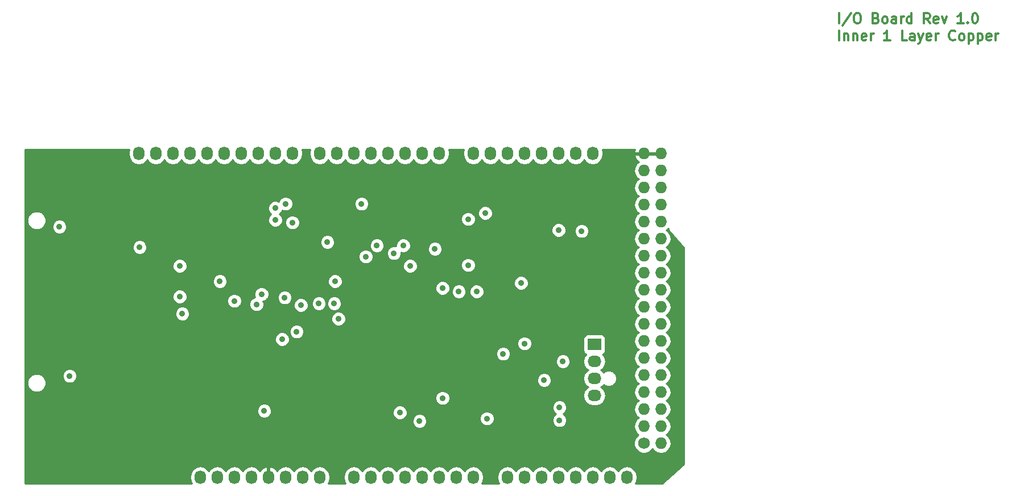
<source format=gbr>
G04 #@! TF.FileFunction,Copper,L2,Inr,Plane*
%FSLAX46Y46*%
G04 Gerber Fmt 4.6, Leading zero omitted, Abs format (unit mm)*
G04 Created by KiCad (PCBNEW 4.0.6) date 11/29/17 13:30:51*
%MOMM*%
%LPD*%
G01*
G04 APERTURE LIST*
%ADD10C,0.100000*%
%ADD11C,0.300000*%
%ADD12C,1.727200*%
%ADD13O,1.727200X1.727200*%
%ADD14O,1.727200X2.032000*%
%ADD15R,2.030000X1.730000*%
%ADD16O,2.030000X1.730000*%
%ADD17C,0.889000*%
%ADD18C,0.508000*%
%ADD19C,0.254000*%
G04 APERTURE END LIST*
D10*
D11*
X226417143Y-51473571D02*
X226417143Y-49973571D01*
X228202857Y-49902143D02*
X226917143Y-51830714D01*
X228988572Y-49973571D02*
X229274286Y-49973571D01*
X229417144Y-50045000D01*
X229560001Y-50187857D01*
X229631429Y-50473571D01*
X229631429Y-50973571D01*
X229560001Y-51259286D01*
X229417144Y-51402143D01*
X229274286Y-51473571D01*
X228988572Y-51473571D01*
X228845715Y-51402143D01*
X228702858Y-51259286D01*
X228631429Y-50973571D01*
X228631429Y-50473571D01*
X228702858Y-50187857D01*
X228845715Y-50045000D01*
X228988572Y-49973571D01*
X231917144Y-50687857D02*
X232131430Y-50759286D01*
X232202858Y-50830714D01*
X232274287Y-50973571D01*
X232274287Y-51187857D01*
X232202858Y-51330714D01*
X232131430Y-51402143D01*
X231988572Y-51473571D01*
X231417144Y-51473571D01*
X231417144Y-49973571D01*
X231917144Y-49973571D01*
X232060001Y-50045000D01*
X232131430Y-50116429D01*
X232202858Y-50259286D01*
X232202858Y-50402143D01*
X232131430Y-50545000D01*
X232060001Y-50616429D01*
X231917144Y-50687857D01*
X231417144Y-50687857D01*
X233131430Y-51473571D02*
X232988572Y-51402143D01*
X232917144Y-51330714D01*
X232845715Y-51187857D01*
X232845715Y-50759286D01*
X232917144Y-50616429D01*
X232988572Y-50545000D01*
X233131430Y-50473571D01*
X233345715Y-50473571D01*
X233488572Y-50545000D01*
X233560001Y-50616429D01*
X233631430Y-50759286D01*
X233631430Y-51187857D01*
X233560001Y-51330714D01*
X233488572Y-51402143D01*
X233345715Y-51473571D01*
X233131430Y-51473571D01*
X234917144Y-51473571D02*
X234917144Y-50687857D01*
X234845715Y-50545000D01*
X234702858Y-50473571D01*
X234417144Y-50473571D01*
X234274287Y-50545000D01*
X234917144Y-51402143D02*
X234774287Y-51473571D01*
X234417144Y-51473571D01*
X234274287Y-51402143D01*
X234202858Y-51259286D01*
X234202858Y-51116429D01*
X234274287Y-50973571D01*
X234417144Y-50902143D01*
X234774287Y-50902143D01*
X234917144Y-50830714D01*
X235631430Y-51473571D02*
X235631430Y-50473571D01*
X235631430Y-50759286D02*
X235702858Y-50616429D01*
X235774287Y-50545000D01*
X235917144Y-50473571D01*
X236060001Y-50473571D01*
X237202858Y-51473571D02*
X237202858Y-49973571D01*
X237202858Y-51402143D02*
X237060001Y-51473571D01*
X236774287Y-51473571D01*
X236631429Y-51402143D01*
X236560001Y-51330714D01*
X236488572Y-51187857D01*
X236488572Y-50759286D01*
X236560001Y-50616429D01*
X236631429Y-50545000D01*
X236774287Y-50473571D01*
X237060001Y-50473571D01*
X237202858Y-50545000D01*
X239917144Y-51473571D02*
X239417144Y-50759286D01*
X239060001Y-51473571D02*
X239060001Y-49973571D01*
X239631429Y-49973571D01*
X239774287Y-50045000D01*
X239845715Y-50116429D01*
X239917144Y-50259286D01*
X239917144Y-50473571D01*
X239845715Y-50616429D01*
X239774287Y-50687857D01*
X239631429Y-50759286D01*
X239060001Y-50759286D01*
X241131429Y-51402143D02*
X240988572Y-51473571D01*
X240702858Y-51473571D01*
X240560001Y-51402143D01*
X240488572Y-51259286D01*
X240488572Y-50687857D01*
X240560001Y-50545000D01*
X240702858Y-50473571D01*
X240988572Y-50473571D01*
X241131429Y-50545000D01*
X241202858Y-50687857D01*
X241202858Y-50830714D01*
X240488572Y-50973571D01*
X241702858Y-50473571D02*
X242060001Y-51473571D01*
X242417143Y-50473571D01*
X244917143Y-51473571D02*
X244060000Y-51473571D01*
X244488572Y-51473571D02*
X244488572Y-49973571D01*
X244345715Y-50187857D01*
X244202857Y-50330714D01*
X244060000Y-50402143D01*
X245560000Y-51330714D02*
X245631428Y-51402143D01*
X245560000Y-51473571D01*
X245488571Y-51402143D01*
X245560000Y-51330714D01*
X245560000Y-51473571D01*
X246560000Y-49973571D02*
X246702857Y-49973571D01*
X246845714Y-50045000D01*
X246917143Y-50116429D01*
X246988572Y-50259286D01*
X247060000Y-50545000D01*
X247060000Y-50902143D01*
X246988572Y-51187857D01*
X246917143Y-51330714D01*
X246845714Y-51402143D01*
X246702857Y-51473571D01*
X246560000Y-51473571D01*
X246417143Y-51402143D01*
X246345714Y-51330714D01*
X246274286Y-51187857D01*
X246202857Y-50902143D01*
X246202857Y-50545000D01*
X246274286Y-50259286D01*
X246345714Y-50116429D01*
X246417143Y-50045000D01*
X246560000Y-49973571D01*
X226417143Y-54023571D02*
X226417143Y-52523571D01*
X227131429Y-53023571D02*
X227131429Y-54023571D01*
X227131429Y-53166429D02*
X227202857Y-53095000D01*
X227345715Y-53023571D01*
X227560000Y-53023571D01*
X227702857Y-53095000D01*
X227774286Y-53237857D01*
X227774286Y-54023571D01*
X228488572Y-53023571D02*
X228488572Y-54023571D01*
X228488572Y-53166429D02*
X228560000Y-53095000D01*
X228702858Y-53023571D01*
X228917143Y-53023571D01*
X229060000Y-53095000D01*
X229131429Y-53237857D01*
X229131429Y-54023571D01*
X230417143Y-53952143D02*
X230274286Y-54023571D01*
X229988572Y-54023571D01*
X229845715Y-53952143D01*
X229774286Y-53809286D01*
X229774286Y-53237857D01*
X229845715Y-53095000D01*
X229988572Y-53023571D01*
X230274286Y-53023571D01*
X230417143Y-53095000D01*
X230488572Y-53237857D01*
X230488572Y-53380714D01*
X229774286Y-53523571D01*
X231131429Y-54023571D02*
X231131429Y-53023571D01*
X231131429Y-53309286D02*
X231202857Y-53166429D01*
X231274286Y-53095000D01*
X231417143Y-53023571D01*
X231560000Y-53023571D01*
X233988571Y-54023571D02*
X233131428Y-54023571D01*
X233560000Y-54023571D02*
X233560000Y-52523571D01*
X233417143Y-52737857D01*
X233274285Y-52880714D01*
X233131428Y-52952143D01*
X236488571Y-54023571D02*
X235774285Y-54023571D01*
X235774285Y-52523571D01*
X237631428Y-54023571D02*
X237631428Y-53237857D01*
X237559999Y-53095000D01*
X237417142Y-53023571D01*
X237131428Y-53023571D01*
X236988571Y-53095000D01*
X237631428Y-53952143D02*
X237488571Y-54023571D01*
X237131428Y-54023571D01*
X236988571Y-53952143D01*
X236917142Y-53809286D01*
X236917142Y-53666429D01*
X236988571Y-53523571D01*
X237131428Y-53452143D01*
X237488571Y-53452143D01*
X237631428Y-53380714D01*
X238202857Y-53023571D02*
X238560000Y-54023571D01*
X238917142Y-53023571D02*
X238560000Y-54023571D01*
X238417142Y-54380714D01*
X238345714Y-54452143D01*
X238202857Y-54523571D01*
X240059999Y-53952143D02*
X239917142Y-54023571D01*
X239631428Y-54023571D01*
X239488571Y-53952143D01*
X239417142Y-53809286D01*
X239417142Y-53237857D01*
X239488571Y-53095000D01*
X239631428Y-53023571D01*
X239917142Y-53023571D01*
X240059999Y-53095000D01*
X240131428Y-53237857D01*
X240131428Y-53380714D01*
X239417142Y-53523571D01*
X240774285Y-54023571D02*
X240774285Y-53023571D01*
X240774285Y-53309286D02*
X240845713Y-53166429D01*
X240917142Y-53095000D01*
X241059999Y-53023571D01*
X241202856Y-53023571D01*
X243702856Y-53880714D02*
X243631427Y-53952143D01*
X243417141Y-54023571D01*
X243274284Y-54023571D01*
X243059999Y-53952143D01*
X242917141Y-53809286D01*
X242845713Y-53666429D01*
X242774284Y-53380714D01*
X242774284Y-53166429D01*
X242845713Y-52880714D01*
X242917141Y-52737857D01*
X243059999Y-52595000D01*
X243274284Y-52523571D01*
X243417141Y-52523571D01*
X243631427Y-52595000D01*
X243702856Y-52666429D01*
X244559999Y-54023571D02*
X244417141Y-53952143D01*
X244345713Y-53880714D01*
X244274284Y-53737857D01*
X244274284Y-53309286D01*
X244345713Y-53166429D01*
X244417141Y-53095000D01*
X244559999Y-53023571D01*
X244774284Y-53023571D01*
X244917141Y-53095000D01*
X244988570Y-53166429D01*
X245059999Y-53309286D01*
X245059999Y-53737857D01*
X244988570Y-53880714D01*
X244917141Y-53952143D01*
X244774284Y-54023571D01*
X244559999Y-54023571D01*
X245702856Y-53023571D02*
X245702856Y-54523571D01*
X245702856Y-53095000D02*
X245845713Y-53023571D01*
X246131427Y-53023571D01*
X246274284Y-53095000D01*
X246345713Y-53166429D01*
X246417142Y-53309286D01*
X246417142Y-53737857D01*
X246345713Y-53880714D01*
X246274284Y-53952143D01*
X246131427Y-54023571D01*
X245845713Y-54023571D01*
X245702856Y-53952143D01*
X247059999Y-53023571D02*
X247059999Y-54523571D01*
X247059999Y-53095000D02*
X247202856Y-53023571D01*
X247488570Y-53023571D01*
X247631427Y-53095000D01*
X247702856Y-53166429D01*
X247774285Y-53309286D01*
X247774285Y-53737857D01*
X247702856Y-53880714D01*
X247631427Y-53952143D01*
X247488570Y-54023571D01*
X247202856Y-54023571D01*
X247059999Y-53952143D01*
X248988570Y-53952143D02*
X248845713Y-54023571D01*
X248559999Y-54023571D01*
X248417142Y-53952143D01*
X248345713Y-53809286D01*
X248345713Y-53237857D01*
X248417142Y-53095000D01*
X248559999Y-53023571D01*
X248845713Y-53023571D01*
X248988570Y-53095000D01*
X249059999Y-53237857D01*
X249059999Y-53380714D01*
X248345713Y-53523571D01*
X249702856Y-54023571D02*
X249702856Y-53023571D01*
X249702856Y-53309286D02*
X249774284Y-53166429D01*
X249845713Y-53095000D01*
X249988570Y-53023571D01*
X250131427Y-53023571D01*
D12*
X197358000Y-114046000D03*
D13*
X199898000Y-114046000D03*
X197358000Y-111506000D03*
X199898000Y-111506000D03*
X197358000Y-108966000D03*
X199898000Y-108966000D03*
X197358000Y-106426000D03*
X199898000Y-106426000D03*
X197358000Y-103886000D03*
X199898000Y-103886000D03*
X197358000Y-101346000D03*
X199898000Y-101346000D03*
X197358000Y-98806000D03*
X199898000Y-98806000D03*
X197358000Y-96266000D03*
X199898000Y-96266000D03*
X197358000Y-93726000D03*
X199898000Y-93726000D03*
X197358000Y-91186000D03*
X199898000Y-91186000D03*
X197358000Y-88646000D03*
X199898000Y-88646000D03*
X197358000Y-86106000D03*
X199898000Y-86106000D03*
X197358000Y-83566000D03*
X199898000Y-83566000D03*
X197358000Y-81026000D03*
X199898000Y-81026000D03*
X197358000Y-78486000D03*
X199898000Y-78486000D03*
X197358000Y-75946000D03*
X199898000Y-75946000D03*
X197358000Y-73406000D03*
X199898000Y-73406000D03*
X197358000Y-70866000D03*
X199898000Y-70866000D03*
D14*
X131318000Y-119126000D03*
X133858000Y-119126000D03*
X136398000Y-119126000D03*
X138938000Y-119126000D03*
X141478000Y-119126000D03*
X144018000Y-119126000D03*
X146558000Y-119126000D03*
X149098000Y-119126000D03*
X154178000Y-119126000D03*
X156718000Y-119126000D03*
X159258000Y-119126000D03*
X161798000Y-119126000D03*
X164338000Y-119126000D03*
X166878000Y-119126000D03*
X169418000Y-119126000D03*
X171958000Y-119126000D03*
X177038000Y-119126000D03*
X179578000Y-119126000D03*
X182118000Y-119126000D03*
X184658000Y-119126000D03*
X187198000Y-119126000D03*
X189738000Y-119126000D03*
X192278000Y-119126000D03*
X194818000Y-119126000D03*
X122174000Y-70866000D03*
X124714000Y-70866000D03*
X127254000Y-70866000D03*
X129794000Y-70866000D03*
X132334000Y-70866000D03*
X134874000Y-70866000D03*
X137414000Y-70866000D03*
X139954000Y-70866000D03*
X142494000Y-70866000D03*
X145034000Y-70866000D03*
X149098000Y-70866000D03*
X151638000Y-70866000D03*
X154178000Y-70866000D03*
X156718000Y-70866000D03*
X159258000Y-70866000D03*
X161798000Y-70866000D03*
X164338000Y-70866000D03*
X166878000Y-70866000D03*
X171958000Y-70866000D03*
X174498000Y-70866000D03*
X177038000Y-70866000D03*
X179578000Y-70866000D03*
X182118000Y-70866000D03*
X184658000Y-70866000D03*
X187198000Y-70866000D03*
X189738000Y-70866000D03*
D15*
X189992000Y-99314000D03*
D16*
X189992000Y-101854000D03*
X189992000Y-104394000D03*
X189992000Y-106934000D03*
D17*
X179070000Y-90170000D03*
X128651000Y-94742000D03*
X111887000Y-104013000D03*
X110363000Y-81788000D03*
X155321000Y-78359000D03*
X150241000Y-84074000D03*
X162560000Y-87630000D03*
X182499000Y-104648000D03*
X173990000Y-110363000D03*
X143891000Y-92329000D03*
X151892000Y-95504000D03*
X128270000Y-87630000D03*
X155448000Y-104521000D03*
X164211000Y-78359000D03*
X169291000Y-80899000D03*
X174752000Y-75565000D03*
X149606000Y-89662000D03*
X153797000Y-81026000D03*
X140589000Y-74676000D03*
X156337000Y-74295000D03*
X182499000Y-97536000D03*
X179070000Y-104140000D03*
X148971000Y-93218000D03*
X151384000Y-89916000D03*
X167386000Y-107315000D03*
X142494000Y-78994000D03*
X145034000Y-81153000D03*
X163957000Y-110744000D03*
X179578000Y-99187000D03*
X185293000Y-101854000D03*
X176403000Y-100711000D03*
X166243000Y-85090000D03*
X157607000Y-84582000D03*
X184785000Y-108712000D03*
X184785000Y-110617000D03*
X184658000Y-82296000D03*
X169799000Y-91440000D03*
X188087000Y-82423000D03*
X172466000Y-91440000D03*
X173736000Y-79756000D03*
X171196000Y-80645000D03*
X160147000Y-85725000D03*
X161544000Y-84582000D03*
X151257000Y-93218000D03*
X167386000Y-90932000D03*
X134239000Y-89916000D03*
X139700000Y-93345000D03*
X122301000Y-84836000D03*
X140843000Y-109220000D03*
X161036000Y-109474000D03*
X145669000Y-97409000D03*
X143510000Y-98552000D03*
X140462000Y-91821000D03*
X146304000Y-93472000D03*
X136398000Y-92837000D03*
X128270000Y-92202000D03*
X171196000Y-87503000D03*
X142494000Y-80772000D03*
X155956000Y-86233000D03*
X144018000Y-78359000D03*
D18*
X197358000Y-70866000D02*
X197358000Y-70993000D01*
D19*
G36*
X120675400Y-70681255D02*
X120675400Y-71050745D01*
X120789474Y-71624234D01*
X121114330Y-72110415D01*
X121600511Y-72435271D01*
X122174000Y-72549345D01*
X122747489Y-72435271D01*
X123233670Y-72110415D01*
X123444000Y-71795634D01*
X123654330Y-72110415D01*
X124140511Y-72435271D01*
X124714000Y-72549345D01*
X125287489Y-72435271D01*
X125773670Y-72110415D01*
X125984000Y-71795634D01*
X126194330Y-72110415D01*
X126680511Y-72435271D01*
X127254000Y-72549345D01*
X127827489Y-72435271D01*
X128313670Y-72110415D01*
X128524000Y-71795634D01*
X128734330Y-72110415D01*
X129220511Y-72435271D01*
X129794000Y-72549345D01*
X130367489Y-72435271D01*
X130853670Y-72110415D01*
X131064000Y-71795634D01*
X131274330Y-72110415D01*
X131760511Y-72435271D01*
X132334000Y-72549345D01*
X132907489Y-72435271D01*
X133393670Y-72110415D01*
X133604000Y-71795634D01*
X133814330Y-72110415D01*
X134300511Y-72435271D01*
X134874000Y-72549345D01*
X135447489Y-72435271D01*
X135933670Y-72110415D01*
X136144000Y-71795634D01*
X136354330Y-72110415D01*
X136840511Y-72435271D01*
X137414000Y-72549345D01*
X137987489Y-72435271D01*
X138473670Y-72110415D01*
X138684000Y-71795634D01*
X138894330Y-72110415D01*
X139380511Y-72435271D01*
X139954000Y-72549345D01*
X140527489Y-72435271D01*
X141013670Y-72110415D01*
X141224000Y-71795634D01*
X141434330Y-72110415D01*
X141920511Y-72435271D01*
X142494000Y-72549345D01*
X143067489Y-72435271D01*
X143553670Y-72110415D01*
X143764000Y-71795634D01*
X143974330Y-72110415D01*
X144460511Y-72435271D01*
X145034000Y-72549345D01*
X145607489Y-72435271D01*
X146093670Y-72110415D01*
X146418526Y-71624234D01*
X146532600Y-71050745D01*
X146532600Y-70681255D01*
X146443039Y-70231000D01*
X147688961Y-70231000D01*
X147599400Y-70681255D01*
X147599400Y-71050745D01*
X147713474Y-71624234D01*
X148038330Y-72110415D01*
X148524511Y-72435271D01*
X149098000Y-72549345D01*
X149671489Y-72435271D01*
X150157670Y-72110415D01*
X150368000Y-71795634D01*
X150578330Y-72110415D01*
X151064511Y-72435271D01*
X151638000Y-72549345D01*
X152211489Y-72435271D01*
X152697670Y-72110415D01*
X152908000Y-71795634D01*
X153118330Y-72110415D01*
X153604511Y-72435271D01*
X154178000Y-72549345D01*
X154751489Y-72435271D01*
X155237670Y-72110415D01*
X155448000Y-71795634D01*
X155658330Y-72110415D01*
X156144511Y-72435271D01*
X156718000Y-72549345D01*
X157291489Y-72435271D01*
X157777670Y-72110415D01*
X157988000Y-71795634D01*
X158198330Y-72110415D01*
X158684511Y-72435271D01*
X159258000Y-72549345D01*
X159831489Y-72435271D01*
X160317670Y-72110415D01*
X160528000Y-71795634D01*
X160738330Y-72110415D01*
X161224511Y-72435271D01*
X161798000Y-72549345D01*
X162371489Y-72435271D01*
X162857670Y-72110415D01*
X163068000Y-71795634D01*
X163278330Y-72110415D01*
X163764511Y-72435271D01*
X164338000Y-72549345D01*
X164911489Y-72435271D01*
X165397670Y-72110415D01*
X165608000Y-71795634D01*
X165818330Y-72110415D01*
X166304511Y-72435271D01*
X166878000Y-72549345D01*
X167451489Y-72435271D01*
X167937670Y-72110415D01*
X168262526Y-71624234D01*
X168376600Y-71050745D01*
X168376600Y-70681255D01*
X168287039Y-70231000D01*
X170548961Y-70231000D01*
X170459400Y-70681255D01*
X170459400Y-71050745D01*
X170573474Y-71624234D01*
X170898330Y-72110415D01*
X171384511Y-72435271D01*
X171958000Y-72549345D01*
X172531489Y-72435271D01*
X173017670Y-72110415D01*
X173228000Y-71795634D01*
X173438330Y-72110415D01*
X173924511Y-72435271D01*
X174498000Y-72549345D01*
X175071489Y-72435271D01*
X175557670Y-72110415D01*
X175768000Y-71795634D01*
X175978330Y-72110415D01*
X176464511Y-72435271D01*
X177038000Y-72549345D01*
X177611489Y-72435271D01*
X178097670Y-72110415D01*
X178308000Y-71795634D01*
X178518330Y-72110415D01*
X179004511Y-72435271D01*
X179578000Y-72549345D01*
X180151489Y-72435271D01*
X180637670Y-72110415D01*
X180848000Y-71795634D01*
X181058330Y-72110415D01*
X181544511Y-72435271D01*
X182118000Y-72549345D01*
X182691489Y-72435271D01*
X183177670Y-72110415D01*
X183388000Y-71795634D01*
X183598330Y-72110415D01*
X184084511Y-72435271D01*
X184658000Y-72549345D01*
X185231489Y-72435271D01*
X185717670Y-72110415D01*
X185928000Y-71795634D01*
X186138330Y-72110415D01*
X186624511Y-72435271D01*
X187198000Y-72549345D01*
X187771489Y-72435271D01*
X188257670Y-72110415D01*
X188468000Y-71795634D01*
X188678330Y-72110415D01*
X189164511Y-72435271D01*
X189738000Y-72549345D01*
X190311489Y-72435271D01*
X190797670Y-72110415D01*
X191122526Y-71624234D01*
X191236600Y-71050745D01*
X191236600Y-70681255D01*
X191147039Y-70231000D01*
X196032374Y-70231000D01*
X195903032Y-70506973D01*
X196023531Y-70739000D01*
X197231000Y-70739000D01*
X197231000Y-70719000D01*
X197485000Y-70719000D01*
X197485000Y-70739000D01*
X199771000Y-70739000D01*
X199771000Y-70719000D01*
X199778701Y-70719000D01*
X200045000Y-70949792D01*
X200045000Y-70993000D01*
X200025000Y-70993000D01*
X200025000Y-71013000D01*
X199771000Y-71013000D01*
X199771000Y-70993000D01*
X197485000Y-70993000D01*
X197485000Y-71013000D01*
X197231000Y-71013000D01*
X197231000Y-70993000D01*
X196023531Y-70993000D01*
X195903032Y-71225027D01*
X196151179Y-71754490D01*
X196569161Y-72136008D01*
X196298330Y-72316971D01*
X195973474Y-72803152D01*
X195859400Y-73376641D01*
X195859400Y-73435359D01*
X195973474Y-74008848D01*
X196298330Y-74495029D01*
X196569172Y-74676000D01*
X196298330Y-74856971D01*
X195973474Y-75343152D01*
X195859400Y-75916641D01*
X195859400Y-75975359D01*
X195973474Y-76548848D01*
X196298330Y-77035029D01*
X196569172Y-77216000D01*
X196298330Y-77396971D01*
X195973474Y-77883152D01*
X195859400Y-78456641D01*
X195859400Y-78515359D01*
X195973474Y-79088848D01*
X196298330Y-79575029D01*
X196569172Y-79756000D01*
X196298330Y-79936971D01*
X195973474Y-80423152D01*
X195859400Y-80996641D01*
X195859400Y-81055359D01*
X195973474Y-81628848D01*
X196298330Y-82115029D01*
X196569172Y-82296000D01*
X196298330Y-82476971D01*
X195973474Y-82963152D01*
X195859400Y-83536641D01*
X195859400Y-83595359D01*
X195973474Y-84168848D01*
X196298330Y-84655029D01*
X196569172Y-84836000D01*
X196298330Y-85016971D01*
X195973474Y-85503152D01*
X195859400Y-86076641D01*
X195859400Y-86135359D01*
X195973474Y-86708848D01*
X196298330Y-87195029D01*
X196569172Y-87376000D01*
X196298330Y-87556971D01*
X195973474Y-88043152D01*
X195859400Y-88616641D01*
X195859400Y-88675359D01*
X195973474Y-89248848D01*
X196298330Y-89735029D01*
X196569172Y-89916000D01*
X196298330Y-90096971D01*
X195973474Y-90583152D01*
X195859400Y-91156641D01*
X195859400Y-91215359D01*
X195973474Y-91788848D01*
X196298330Y-92275029D01*
X196569172Y-92456000D01*
X196298330Y-92636971D01*
X195973474Y-93123152D01*
X195859400Y-93696641D01*
X195859400Y-93755359D01*
X195973474Y-94328848D01*
X196298330Y-94815029D01*
X196569172Y-94996000D01*
X196298330Y-95176971D01*
X195973474Y-95663152D01*
X195859400Y-96236641D01*
X195859400Y-96295359D01*
X195973474Y-96868848D01*
X196298330Y-97355029D01*
X196569172Y-97536000D01*
X196298330Y-97716971D01*
X195973474Y-98203152D01*
X195859400Y-98776641D01*
X195859400Y-98835359D01*
X195973474Y-99408848D01*
X196298330Y-99895029D01*
X196569172Y-100076000D01*
X196298330Y-100256971D01*
X195973474Y-100743152D01*
X195859400Y-101316641D01*
X195859400Y-101375359D01*
X195973474Y-101948848D01*
X196298330Y-102435029D01*
X196569172Y-102616000D01*
X196298330Y-102796971D01*
X195973474Y-103283152D01*
X195859400Y-103856641D01*
X195859400Y-103915359D01*
X195973474Y-104488848D01*
X196298330Y-104975029D01*
X196569172Y-105156000D01*
X196298330Y-105336971D01*
X195973474Y-105823152D01*
X195859400Y-106396641D01*
X195859400Y-106455359D01*
X195973474Y-107028848D01*
X196298330Y-107515029D01*
X196569172Y-107696000D01*
X196298330Y-107876971D01*
X195973474Y-108363152D01*
X195859400Y-108936641D01*
X195859400Y-108995359D01*
X195973474Y-109568848D01*
X196298330Y-110055029D01*
X196569172Y-110236000D01*
X196298330Y-110416971D01*
X195973474Y-110903152D01*
X195859400Y-111476641D01*
X195859400Y-111535359D01*
X195973474Y-112108848D01*
X196298330Y-112595029D01*
X196545544Y-112760212D01*
X196510220Y-112774808D01*
X196088290Y-113196003D01*
X195859661Y-113746602D01*
X195859141Y-114342782D01*
X196086808Y-114893780D01*
X196508003Y-115315710D01*
X197058602Y-115544339D01*
X197654782Y-115544859D01*
X198205780Y-115317192D01*
X198627710Y-114895997D01*
X198647220Y-114849012D01*
X198838330Y-115135029D01*
X199324511Y-115459885D01*
X199898000Y-115573959D01*
X200471489Y-115459885D01*
X200957670Y-115135029D01*
X201282526Y-114648848D01*
X201396600Y-114075359D01*
X201396600Y-114016641D01*
X201282526Y-113443152D01*
X200957670Y-112956971D01*
X200686828Y-112776000D01*
X200957670Y-112595029D01*
X201282526Y-112108848D01*
X201396600Y-111535359D01*
X201396600Y-111476641D01*
X201282526Y-110903152D01*
X200957670Y-110416971D01*
X200686828Y-110236000D01*
X200957670Y-110055029D01*
X201282526Y-109568848D01*
X201396600Y-108995359D01*
X201396600Y-108936641D01*
X201282526Y-108363152D01*
X200957670Y-107876971D01*
X200686828Y-107696000D01*
X200957670Y-107515029D01*
X201282526Y-107028848D01*
X201396600Y-106455359D01*
X201396600Y-106396641D01*
X201282526Y-105823152D01*
X200957670Y-105336971D01*
X200686828Y-105156000D01*
X200957670Y-104975029D01*
X201282526Y-104488848D01*
X201396600Y-103915359D01*
X201396600Y-103856641D01*
X201282526Y-103283152D01*
X200957670Y-102796971D01*
X200686828Y-102616000D01*
X200957670Y-102435029D01*
X201282526Y-101948848D01*
X201396600Y-101375359D01*
X201396600Y-101316641D01*
X201282526Y-100743152D01*
X200957670Y-100256971D01*
X200686828Y-100076000D01*
X200957670Y-99895029D01*
X201282526Y-99408848D01*
X201396600Y-98835359D01*
X201396600Y-98776641D01*
X201282526Y-98203152D01*
X200957670Y-97716971D01*
X200686828Y-97536000D01*
X200957670Y-97355029D01*
X201282526Y-96868848D01*
X201396600Y-96295359D01*
X201396600Y-96236641D01*
X201282526Y-95663152D01*
X200957670Y-95176971D01*
X200686828Y-94996000D01*
X200957670Y-94815029D01*
X201282526Y-94328848D01*
X201396600Y-93755359D01*
X201396600Y-93696641D01*
X201282526Y-93123152D01*
X200957670Y-92636971D01*
X200686828Y-92456000D01*
X200957670Y-92275029D01*
X201282526Y-91788848D01*
X201396600Y-91215359D01*
X201396600Y-91156641D01*
X201282526Y-90583152D01*
X200957670Y-90096971D01*
X200686828Y-89916000D01*
X200957670Y-89735029D01*
X201282526Y-89248848D01*
X201396600Y-88675359D01*
X201396600Y-88616641D01*
X201282526Y-88043152D01*
X200957670Y-87556971D01*
X200686828Y-87376000D01*
X200957670Y-87195029D01*
X201282526Y-86708848D01*
X201396600Y-86135359D01*
X201396600Y-86076641D01*
X201282526Y-85503152D01*
X200957670Y-85016971D01*
X200686828Y-84836000D01*
X200957670Y-84655029D01*
X201282526Y-84168848D01*
X201396600Y-83595359D01*
X201396600Y-83536641D01*
X201282526Y-82963152D01*
X200957670Y-82476971D01*
X200686828Y-82296000D01*
X200957670Y-82115029D01*
X201041000Y-81990317D01*
X201041000Y-82296000D01*
X201051006Y-82345410D01*
X201073602Y-82380959D01*
X203327000Y-84884735D01*
X203327000Y-117163785D01*
X200103888Y-120015000D01*
X196115151Y-120015000D01*
X196202526Y-119884234D01*
X196316600Y-119310745D01*
X196316600Y-118941255D01*
X196202526Y-118367766D01*
X195877670Y-117881585D01*
X195391489Y-117556729D01*
X194818000Y-117442655D01*
X194244511Y-117556729D01*
X193758330Y-117881585D01*
X193548000Y-118196366D01*
X193337670Y-117881585D01*
X192851489Y-117556729D01*
X192278000Y-117442655D01*
X191704511Y-117556729D01*
X191218330Y-117881585D01*
X191008000Y-118196366D01*
X190797670Y-117881585D01*
X190311489Y-117556729D01*
X189738000Y-117442655D01*
X189164511Y-117556729D01*
X188678330Y-117881585D01*
X188468000Y-118196366D01*
X188257670Y-117881585D01*
X187771489Y-117556729D01*
X187198000Y-117442655D01*
X186624511Y-117556729D01*
X186138330Y-117881585D01*
X185928000Y-118196366D01*
X185717670Y-117881585D01*
X185231489Y-117556729D01*
X184658000Y-117442655D01*
X184084511Y-117556729D01*
X183598330Y-117881585D01*
X183388000Y-118196366D01*
X183177670Y-117881585D01*
X182691489Y-117556729D01*
X182118000Y-117442655D01*
X181544511Y-117556729D01*
X181058330Y-117881585D01*
X180848000Y-118196366D01*
X180637670Y-117881585D01*
X180151489Y-117556729D01*
X179578000Y-117442655D01*
X179004511Y-117556729D01*
X178518330Y-117881585D01*
X178308000Y-118196366D01*
X178097670Y-117881585D01*
X177611489Y-117556729D01*
X177038000Y-117442655D01*
X176464511Y-117556729D01*
X175978330Y-117881585D01*
X175653474Y-118367766D01*
X175539400Y-118941255D01*
X175539400Y-119310745D01*
X175653474Y-119884234D01*
X175740849Y-120015000D01*
X173255151Y-120015000D01*
X173342526Y-119884234D01*
X173456600Y-119310745D01*
X173456600Y-118941255D01*
X173342526Y-118367766D01*
X173017670Y-117881585D01*
X172531489Y-117556729D01*
X171958000Y-117442655D01*
X171384511Y-117556729D01*
X170898330Y-117881585D01*
X170688000Y-118196366D01*
X170477670Y-117881585D01*
X169991489Y-117556729D01*
X169418000Y-117442655D01*
X168844511Y-117556729D01*
X168358330Y-117881585D01*
X168148000Y-118196366D01*
X167937670Y-117881585D01*
X167451489Y-117556729D01*
X166878000Y-117442655D01*
X166304511Y-117556729D01*
X165818330Y-117881585D01*
X165608000Y-118196366D01*
X165397670Y-117881585D01*
X164911489Y-117556729D01*
X164338000Y-117442655D01*
X163764511Y-117556729D01*
X163278330Y-117881585D01*
X163068000Y-118196366D01*
X162857670Y-117881585D01*
X162371489Y-117556729D01*
X161798000Y-117442655D01*
X161224511Y-117556729D01*
X160738330Y-117881585D01*
X160528000Y-118196366D01*
X160317670Y-117881585D01*
X159831489Y-117556729D01*
X159258000Y-117442655D01*
X158684511Y-117556729D01*
X158198330Y-117881585D01*
X157988000Y-118196366D01*
X157777670Y-117881585D01*
X157291489Y-117556729D01*
X156718000Y-117442655D01*
X156144511Y-117556729D01*
X155658330Y-117881585D01*
X155448000Y-118196366D01*
X155237670Y-117881585D01*
X154751489Y-117556729D01*
X154178000Y-117442655D01*
X153604511Y-117556729D01*
X153118330Y-117881585D01*
X152793474Y-118367766D01*
X152679400Y-118941255D01*
X152679400Y-119310745D01*
X152793474Y-119884234D01*
X152880849Y-120015000D01*
X150395151Y-120015000D01*
X150482526Y-119884234D01*
X150596600Y-119310745D01*
X150596600Y-118941255D01*
X150482526Y-118367766D01*
X150157670Y-117881585D01*
X149671489Y-117556729D01*
X149098000Y-117442655D01*
X148524511Y-117556729D01*
X148038330Y-117881585D01*
X147828000Y-118196366D01*
X147617670Y-117881585D01*
X147131489Y-117556729D01*
X146558000Y-117442655D01*
X145984511Y-117556729D01*
X145498330Y-117881585D01*
X145288000Y-118196366D01*
X145077670Y-117881585D01*
X144591489Y-117556729D01*
X144018000Y-117442655D01*
X143444511Y-117556729D01*
X142958330Y-117881585D01*
X142751539Y-118191069D01*
X142380036Y-117775268D01*
X141852791Y-117521291D01*
X141837026Y-117518642D01*
X141605000Y-117639783D01*
X141605000Y-118999000D01*
X141625000Y-118999000D01*
X141625000Y-119253000D01*
X141605000Y-119253000D01*
X141605000Y-119273000D01*
X141351000Y-119273000D01*
X141351000Y-119253000D01*
X141331000Y-119253000D01*
X141331000Y-118999000D01*
X141351000Y-118999000D01*
X141351000Y-117639783D01*
X141118974Y-117518642D01*
X141103209Y-117521291D01*
X140575964Y-117775268D01*
X140204461Y-118191069D01*
X139997670Y-117881585D01*
X139511489Y-117556729D01*
X138938000Y-117442655D01*
X138364511Y-117556729D01*
X137878330Y-117881585D01*
X137668000Y-118196366D01*
X137457670Y-117881585D01*
X136971489Y-117556729D01*
X136398000Y-117442655D01*
X135824511Y-117556729D01*
X135338330Y-117881585D01*
X135128000Y-118196366D01*
X134917670Y-117881585D01*
X134431489Y-117556729D01*
X133858000Y-117442655D01*
X133284511Y-117556729D01*
X132798330Y-117881585D01*
X132588000Y-118196366D01*
X132377670Y-117881585D01*
X131891489Y-117556729D01*
X131318000Y-117442655D01*
X130744511Y-117556729D01*
X130258330Y-117881585D01*
X129933474Y-118367766D01*
X129819400Y-118941255D01*
X129819400Y-119310745D01*
X129933474Y-119884234D01*
X130020849Y-120015000D01*
X105283000Y-120015000D01*
X105283000Y-110957784D01*
X162877313Y-110957784D01*
X163041311Y-111354689D01*
X163344714Y-111658622D01*
X163741332Y-111823313D01*
X164170784Y-111823687D01*
X164567689Y-111659689D01*
X164871622Y-111356286D01*
X165036313Y-110959668D01*
X165036646Y-110576784D01*
X172910313Y-110576784D01*
X173074311Y-110973689D01*
X173377714Y-111277622D01*
X173774332Y-111442313D01*
X174203784Y-111442687D01*
X174600689Y-111278689D01*
X174904622Y-110975286D01*
X175069313Y-110578668D01*
X175069687Y-110149216D01*
X174905689Y-109752311D01*
X174602286Y-109448378D01*
X174205668Y-109283687D01*
X173776216Y-109283313D01*
X173379311Y-109447311D01*
X173075378Y-109750714D01*
X172910687Y-110147332D01*
X172910313Y-110576784D01*
X165036646Y-110576784D01*
X165036687Y-110530216D01*
X164872689Y-110133311D01*
X164569286Y-109829378D01*
X164172668Y-109664687D01*
X163743216Y-109664313D01*
X163346311Y-109828311D01*
X163042378Y-110131714D01*
X162877687Y-110528332D01*
X162877313Y-110957784D01*
X105283000Y-110957784D01*
X105283000Y-109433784D01*
X139763313Y-109433784D01*
X139927311Y-109830689D01*
X140230714Y-110134622D01*
X140627332Y-110299313D01*
X141056784Y-110299687D01*
X141453689Y-110135689D01*
X141757622Y-109832286D01*
X141817624Y-109687784D01*
X159956313Y-109687784D01*
X160120311Y-110084689D01*
X160423714Y-110388622D01*
X160820332Y-110553313D01*
X161249784Y-110553687D01*
X161646689Y-110389689D01*
X161950622Y-110086286D01*
X162115313Y-109689668D01*
X162115687Y-109260216D01*
X161977503Y-108925784D01*
X183705313Y-108925784D01*
X183869311Y-109322689D01*
X184172714Y-109626622D01*
X184263668Y-109664389D01*
X184174311Y-109701311D01*
X183870378Y-110004714D01*
X183705687Y-110401332D01*
X183705313Y-110830784D01*
X183869311Y-111227689D01*
X184172714Y-111531622D01*
X184569332Y-111696313D01*
X184998784Y-111696687D01*
X185395689Y-111532689D01*
X185699622Y-111229286D01*
X185864313Y-110832668D01*
X185864687Y-110403216D01*
X185700689Y-110006311D01*
X185397286Y-109702378D01*
X185306332Y-109664611D01*
X185395689Y-109627689D01*
X185699622Y-109324286D01*
X185864313Y-108927668D01*
X185864687Y-108498216D01*
X185700689Y-108101311D01*
X185397286Y-107797378D01*
X185000668Y-107632687D01*
X184571216Y-107632313D01*
X184174311Y-107796311D01*
X183870378Y-108099714D01*
X183705687Y-108496332D01*
X183705313Y-108925784D01*
X161977503Y-108925784D01*
X161951689Y-108863311D01*
X161648286Y-108559378D01*
X161251668Y-108394687D01*
X160822216Y-108394313D01*
X160425311Y-108558311D01*
X160121378Y-108861714D01*
X159956687Y-109258332D01*
X159956313Y-109687784D01*
X141817624Y-109687784D01*
X141922313Y-109435668D01*
X141922687Y-109006216D01*
X141758689Y-108609311D01*
X141455286Y-108305378D01*
X141058668Y-108140687D01*
X140629216Y-108140313D01*
X140232311Y-108304311D01*
X139928378Y-108607714D01*
X139763687Y-109004332D01*
X139763313Y-109433784D01*
X105283000Y-109433784D01*
X105283000Y-107528784D01*
X166306313Y-107528784D01*
X166470311Y-107925689D01*
X166773714Y-108229622D01*
X167170332Y-108394313D01*
X167599784Y-108394687D01*
X167996689Y-108230689D01*
X168300622Y-107927286D01*
X168465313Y-107530668D01*
X168465687Y-107101216D01*
X168301689Y-106704311D01*
X167998286Y-106400378D01*
X167601668Y-106235687D01*
X167172216Y-106235313D01*
X166775311Y-106399311D01*
X166471378Y-106702714D01*
X166306687Y-107099332D01*
X166306313Y-107528784D01*
X105283000Y-107528784D01*
X105283000Y-105319285D01*
X105590760Y-105319285D01*
X105801169Y-105828515D01*
X106190436Y-106218461D01*
X106699298Y-106429759D01*
X107250285Y-106430240D01*
X107759515Y-106219831D01*
X108149461Y-105830564D01*
X108360759Y-105321702D01*
X108361240Y-104770715D01*
X108150831Y-104261485D01*
X108116191Y-104226784D01*
X110807313Y-104226784D01*
X110971311Y-104623689D01*
X111274714Y-104927622D01*
X111671332Y-105092313D01*
X112100784Y-105092687D01*
X112497689Y-104928689D01*
X112564710Y-104861784D01*
X181419313Y-104861784D01*
X181583311Y-105258689D01*
X181886714Y-105562622D01*
X182283332Y-105727313D01*
X182712784Y-105727687D01*
X183109689Y-105563689D01*
X183413622Y-105260286D01*
X183578313Y-104863668D01*
X183578687Y-104434216D01*
X183414689Y-104037311D01*
X183111286Y-103733378D01*
X182714668Y-103568687D01*
X182285216Y-103568313D01*
X181888311Y-103732311D01*
X181584378Y-104035714D01*
X181419687Y-104432332D01*
X181419313Y-104861784D01*
X112564710Y-104861784D01*
X112801622Y-104625286D01*
X112966313Y-104228668D01*
X112966687Y-103799216D01*
X112802689Y-103402311D01*
X112499286Y-103098378D01*
X112102668Y-102933687D01*
X111673216Y-102933313D01*
X111276311Y-103097311D01*
X110972378Y-103400714D01*
X110807687Y-103797332D01*
X110807313Y-104226784D01*
X108116191Y-104226784D01*
X107761564Y-103871539D01*
X107252702Y-103660241D01*
X106701715Y-103659760D01*
X106192485Y-103870169D01*
X105802539Y-104259436D01*
X105591241Y-104768298D01*
X105590760Y-105319285D01*
X105283000Y-105319285D01*
X105283000Y-102067784D01*
X184213313Y-102067784D01*
X184377311Y-102464689D01*
X184680714Y-102768622D01*
X185077332Y-102933313D01*
X185506784Y-102933687D01*
X185903689Y-102769689D01*
X186207622Y-102466286D01*
X186372313Y-102069668D01*
X186372500Y-101854000D01*
X188309675Y-101854000D01*
X188423856Y-102428025D01*
X188749015Y-102914660D01*
X189062315Y-103124000D01*
X188749015Y-103333340D01*
X188423856Y-103819975D01*
X188309675Y-104394000D01*
X188423856Y-104968025D01*
X188749015Y-105454660D01*
X189062315Y-105664000D01*
X188749015Y-105873340D01*
X188423856Y-106359975D01*
X188309675Y-106934000D01*
X188423856Y-107508025D01*
X188749015Y-107994660D01*
X189235650Y-108319819D01*
X189809675Y-108434000D01*
X190174325Y-108434000D01*
X190748350Y-108319819D01*
X191234985Y-107994660D01*
X191560144Y-107508025D01*
X191674325Y-106934000D01*
X191560144Y-106359975D01*
X191234985Y-105873340D01*
X190921685Y-105664000D01*
X191234985Y-105454660D01*
X191355852Y-105273769D01*
X191479875Y-105398009D01*
X191915255Y-105578794D01*
X192386677Y-105579206D01*
X192822372Y-105399180D01*
X193156009Y-105066125D01*
X193336794Y-104630745D01*
X193337206Y-104159323D01*
X193157180Y-103723628D01*
X192824125Y-103389991D01*
X192388745Y-103209206D01*
X191917323Y-103208794D01*
X191481628Y-103388820D01*
X191355911Y-103514318D01*
X191234985Y-103333340D01*
X190921685Y-103124000D01*
X191234985Y-102914660D01*
X191560144Y-102428025D01*
X191674325Y-101854000D01*
X191560144Y-101279975D01*
X191234985Y-100793340D01*
X191223543Y-100785695D01*
X191242317Y-100782162D01*
X191458441Y-100643090D01*
X191603431Y-100430890D01*
X191654440Y-100179000D01*
X191654440Y-98449000D01*
X191610162Y-98213683D01*
X191471090Y-97997559D01*
X191258890Y-97852569D01*
X191007000Y-97801560D01*
X188977000Y-97801560D01*
X188741683Y-97845838D01*
X188525559Y-97984910D01*
X188380569Y-98197110D01*
X188329560Y-98449000D01*
X188329560Y-100179000D01*
X188373838Y-100414317D01*
X188512910Y-100630441D01*
X188725110Y-100775431D01*
X188764024Y-100783311D01*
X188749015Y-100793340D01*
X188423856Y-101279975D01*
X188309675Y-101854000D01*
X186372500Y-101854000D01*
X186372687Y-101640216D01*
X186208689Y-101243311D01*
X185905286Y-100939378D01*
X185508668Y-100774687D01*
X185079216Y-100774313D01*
X184682311Y-100938311D01*
X184378378Y-101241714D01*
X184213687Y-101638332D01*
X184213313Y-102067784D01*
X105283000Y-102067784D01*
X105283000Y-100924784D01*
X175323313Y-100924784D01*
X175487311Y-101321689D01*
X175790714Y-101625622D01*
X176187332Y-101790313D01*
X176616784Y-101790687D01*
X177013689Y-101626689D01*
X177317622Y-101323286D01*
X177482313Y-100926668D01*
X177482687Y-100497216D01*
X177318689Y-100100311D01*
X177015286Y-99796378D01*
X176618668Y-99631687D01*
X176189216Y-99631313D01*
X175792311Y-99795311D01*
X175488378Y-100098714D01*
X175323687Y-100495332D01*
X175323313Y-100924784D01*
X105283000Y-100924784D01*
X105283000Y-98765784D01*
X142430313Y-98765784D01*
X142594311Y-99162689D01*
X142897714Y-99466622D01*
X143294332Y-99631313D01*
X143723784Y-99631687D01*
X144120689Y-99467689D01*
X144187710Y-99400784D01*
X178498313Y-99400784D01*
X178662311Y-99797689D01*
X178965714Y-100101622D01*
X179362332Y-100266313D01*
X179791784Y-100266687D01*
X180188689Y-100102689D01*
X180492622Y-99799286D01*
X180657313Y-99402668D01*
X180657687Y-98973216D01*
X180493689Y-98576311D01*
X180190286Y-98272378D01*
X179793668Y-98107687D01*
X179364216Y-98107313D01*
X178967311Y-98271311D01*
X178663378Y-98574714D01*
X178498687Y-98971332D01*
X178498313Y-99400784D01*
X144187710Y-99400784D01*
X144424622Y-99164286D01*
X144589313Y-98767668D01*
X144589687Y-98338216D01*
X144425689Y-97941311D01*
X144122286Y-97637378D01*
X144087140Y-97622784D01*
X144589313Y-97622784D01*
X144753311Y-98019689D01*
X145056714Y-98323622D01*
X145453332Y-98488313D01*
X145882784Y-98488687D01*
X146279689Y-98324689D01*
X146583622Y-98021286D01*
X146748313Y-97624668D01*
X146748687Y-97195216D01*
X146584689Y-96798311D01*
X146281286Y-96494378D01*
X145884668Y-96329687D01*
X145455216Y-96329313D01*
X145058311Y-96493311D01*
X144754378Y-96796714D01*
X144589687Y-97193332D01*
X144589313Y-97622784D01*
X144087140Y-97622784D01*
X143725668Y-97472687D01*
X143296216Y-97472313D01*
X142899311Y-97636311D01*
X142595378Y-97939714D01*
X142430687Y-98336332D01*
X142430313Y-98765784D01*
X105283000Y-98765784D01*
X105283000Y-94955784D01*
X127571313Y-94955784D01*
X127735311Y-95352689D01*
X128038714Y-95656622D01*
X128435332Y-95821313D01*
X128864784Y-95821687D01*
X129116248Y-95717784D01*
X150812313Y-95717784D01*
X150976311Y-96114689D01*
X151279714Y-96418622D01*
X151676332Y-96583313D01*
X152105784Y-96583687D01*
X152502689Y-96419689D01*
X152806622Y-96116286D01*
X152971313Y-95719668D01*
X152971687Y-95290216D01*
X152807689Y-94893311D01*
X152504286Y-94589378D01*
X152107668Y-94424687D01*
X151678216Y-94424313D01*
X151281311Y-94588311D01*
X150977378Y-94891714D01*
X150812687Y-95288332D01*
X150812313Y-95717784D01*
X129116248Y-95717784D01*
X129261689Y-95657689D01*
X129565622Y-95354286D01*
X129730313Y-94957668D01*
X129730687Y-94528216D01*
X129566689Y-94131311D01*
X129263286Y-93827378D01*
X128866668Y-93662687D01*
X128437216Y-93662313D01*
X128040311Y-93826311D01*
X127736378Y-94129714D01*
X127571687Y-94526332D01*
X127571313Y-94955784D01*
X105283000Y-94955784D01*
X105283000Y-92415784D01*
X127190313Y-92415784D01*
X127354311Y-92812689D01*
X127657714Y-93116622D01*
X128054332Y-93281313D01*
X128483784Y-93281687D01*
X128880689Y-93117689D01*
X128947710Y-93050784D01*
X135318313Y-93050784D01*
X135482311Y-93447689D01*
X135785714Y-93751622D01*
X136182332Y-93916313D01*
X136611784Y-93916687D01*
X137008689Y-93752689D01*
X137202932Y-93558784D01*
X138620313Y-93558784D01*
X138784311Y-93955689D01*
X139087714Y-94259622D01*
X139484332Y-94424313D01*
X139913784Y-94424687D01*
X140310689Y-94260689D01*
X140614622Y-93957286D01*
X140727360Y-93685784D01*
X145224313Y-93685784D01*
X145388311Y-94082689D01*
X145691714Y-94386622D01*
X146088332Y-94551313D01*
X146517784Y-94551687D01*
X146914689Y-94387689D01*
X147218622Y-94084286D01*
X147383313Y-93687668D01*
X147383535Y-93431784D01*
X147891313Y-93431784D01*
X148055311Y-93828689D01*
X148358714Y-94132622D01*
X148755332Y-94297313D01*
X149184784Y-94297687D01*
X149581689Y-94133689D01*
X149885622Y-93830286D01*
X150050313Y-93433668D01*
X150050314Y-93431784D01*
X150177313Y-93431784D01*
X150341311Y-93828689D01*
X150644714Y-94132622D01*
X151041332Y-94297313D01*
X151470784Y-94297687D01*
X151867689Y-94133689D01*
X152171622Y-93830286D01*
X152336313Y-93433668D01*
X152336687Y-93004216D01*
X152172689Y-92607311D01*
X151869286Y-92303378D01*
X151472668Y-92138687D01*
X151043216Y-92138313D01*
X150646311Y-92302311D01*
X150342378Y-92605714D01*
X150177687Y-93002332D01*
X150177313Y-93431784D01*
X150050314Y-93431784D01*
X150050687Y-93004216D01*
X149886689Y-92607311D01*
X149583286Y-92303378D01*
X149186668Y-92138687D01*
X148757216Y-92138313D01*
X148360311Y-92302311D01*
X148056378Y-92605714D01*
X147891687Y-93002332D01*
X147891313Y-93431784D01*
X147383535Y-93431784D01*
X147383687Y-93258216D01*
X147219689Y-92861311D01*
X146916286Y-92557378D01*
X146519668Y-92392687D01*
X146090216Y-92392313D01*
X145693311Y-92556311D01*
X145389378Y-92859714D01*
X145224687Y-93256332D01*
X145224313Y-93685784D01*
X140727360Y-93685784D01*
X140779313Y-93560668D01*
X140779687Y-93131216D01*
X140683173Y-92897634D01*
X141072689Y-92736689D01*
X141266932Y-92542784D01*
X142811313Y-92542784D01*
X142975311Y-92939689D01*
X143278714Y-93243622D01*
X143675332Y-93408313D01*
X144104784Y-93408687D01*
X144501689Y-93244689D01*
X144805622Y-92941286D01*
X144970313Y-92544668D01*
X144970687Y-92115216D01*
X144806689Y-91718311D01*
X144503286Y-91414378D01*
X144106668Y-91249687D01*
X143677216Y-91249313D01*
X143280311Y-91413311D01*
X142976378Y-91716714D01*
X142811687Y-92113332D01*
X142811313Y-92542784D01*
X141266932Y-92542784D01*
X141376622Y-92433286D01*
X141541313Y-92036668D01*
X141541687Y-91607216D01*
X141377689Y-91210311D01*
X141313275Y-91145784D01*
X166306313Y-91145784D01*
X166470311Y-91542689D01*
X166773714Y-91846622D01*
X167170332Y-92011313D01*
X167599784Y-92011687D01*
X167996689Y-91847689D01*
X168190932Y-91653784D01*
X168719313Y-91653784D01*
X168883311Y-92050689D01*
X169186714Y-92354622D01*
X169583332Y-92519313D01*
X170012784Y-92519687D01*
X170409689Y-92355689D01*
X170713622Y-92052286D01*
X170878313Y-91655668D01*
X170878314Y-91653784D01*
X171386313Y-91653784D01*
X171550311Y-92050689D01*
X171853714Y-92354622D01*
X172250332Y-92519313D01*
X172679784Y-92519687D01*
X173076689Y-92355689D01*
X173380622Y-92052286D01*
X173545313Y-91655668D01*
X173545687Y-91226216D01*
X173381689Y-90829311D01*
X173078286Y-90525378D01*
X172737292Y-90383784D01*
X177990313Y-90383784D01*
X178154311Y-90780689D01*
X178457714Y-91084622D01*
X178854332Y-91249313D01*
X179283784Y-91249687D01*
X179680689Y-91085689D01*
X179984622Y-90782286D01*
X180149313Y-90385668D01*
X180149687Y-89956216D01*
X179985689Y-89559311D01*
X179682286Y-89255378D01*
X179285668Y-89090687D01*
X178856216Y-89090313D01*
X178459311Y-89254311D01*
X178155378Y-89557714D01*
X177990687Y-89954332D01*
X177990313Y-90383784D01*
X172737292Y-90383784D01*
X172681668Y-90360687D01*
X172252216Y-90360313D01*
X171855311Y-90524311D01*
X171551378Y-90827714D01*
X171386687Y-91224332D01*
X171386313Y-91653784D01*
X170878314Y-91653784D01*
X170878687Y-91226216D01*
X170714689Y-90829311D01*
X170411286Y-90525378D01*
X170014668Y-90360687D01*
X169585216Y-90360313D01*
X169188311Y-90524311D01*
X168884378Y-90827714D01*
X168719687Y-91224332D01*
X168719313Y-91653784D01*
X168190932Y-91653784D01*
X168300622Y-91544286D01*
X168465313Y-91147668D01*
X168465687Y-90718216D01*
X168301689Y-90321311D01*
X167998286Y-90017378D01*
X167601668Y-89852687D01*
X167172216Y-89852313D01*
X166775311Y-90016311D01*
X166471378Y-90319714D01*
X166306687Y-90716332D01*
X166306313Y-91145784D01*
X141313275Y-91145784D01*
X141074286Y-90906378D01*
X140677668Y-90741687D01*
X140248216Y-90741313D01*
X139851311Y-90905311D01*
X139547378Y-91208714D01*
X139382687Y-91605332D01*
X139382313Y-92034784D01*
X139478827Y-92268366D01*
X139089311Y-92429311D01*
X138785378Y-92732714D01*
X138620687Y-93129332D01*
X138620313Y-93558784D01*
X137202932Y-93558784D01*
X137312622Y-93449286D01*
X137477313Y-93052668D01*
X137477687Y-92623216D01*
X137313689Y-92226311D01*
X137010286Y-91922378D01*
X136613668Y-91757687D01*
X136184216Y-91757313D01*
X135787311Y-91921311D01*
X135483378Y-92224714D01*
X135318687Y-92621332D01*
X135318313Y-93050784D01*
X128947710Y-93050784D01*
X129184622Y-92814286D01*
X129349313Y-92417668D01*
X129349687Y-91988216D01*
X129185689Y-91591311D01*
X128882286Y-91287378D01*
X128485668Y-91122687D01*
X128056216Y-91122313D01*
X127659311Y-91286311D01*
X127355378Y-91589714D01*
X127190687Y-91986332D01*
X127190313Y-92415784D01*
X105283000Y-92415784D01*
X105283000Y-90129784D01*
X133159313Y-90129784D01*
X133323311Y-90526689D01*
X133626714Y-90830622D01*
X134023332Y-90995313D01*
X134452784Y-90995687D01*
X134849689Y-90831689D01*
X135153622Y-90528286D01*
X135318313Y-90131668D01*
X135318314Y-90129784D01*
X150304313Y-90129784D01*
X150468311Y-90526689D01*
X150771714Y-90830622D01*
X151168332Y-90995313D01*
X151597784Y-90995687D01*
X151994689Y-90831689D01*
X152298622Y-90528286D01*
X152463313Y-90131668D01*
X152463687Y-89702216D01*
X152299689Y-89305311D01*
X151996286Y-89001378D01*
X151599668Y-88836687D01*
X151170216Y-88836313D01*
X150773311Y-89000311D01*
X150469378Y-89303714D01*
X150304687Y-89700332D01*
X150304313Y-90129784D01*
X135318314Y-90129784D01*
X135318687Y-89702216D01*
X135154689Y-89305311D01*
X134851286Y-89001378D01*
X134454668Y-88836687D01*
X134025216Y-88836313D01*
X133628311Y-89000311D01*
X133324378Y-89303714D01*
X133159687Y-89700332D01*
X133159313Y-90129784D01*
X105283000Y-90129784D01*
X105283000Y-87843784D01*
X127190313Y-87843784D01*
X127354311Y-88240689D01*
X127657714Y-88544622D01*
X128054332Y-88709313D01*
X128483784Y-88709687D01*
X128880689Y-88545689D01*
X129184622Y-88242286D01*
X129349313Y-87845668D01*
X129349314Y-87843784D01*
X161480313Y-87843784D01*
X161644311Y-88240689D01*
X161947714Y-88544622D01*
X162344332Y-88709313D01*
X162773784Y-88709687D01*
X163170689Y-88545689D01*
X163474622Y-88242286D01*
X163639313Y-87845668D01*
X163639425Y-87716784D01*
X170116313Y-87716784D01*
X170280311Y-88113689D01*
X170583714Y-88417622D01*
X170980332Y-88582313D01*
X171409784Y-88582687D01*
X171806689Y-88418689D01*
X172110622Y-88115286D01*
X172275313Y-87718668D01*
X172275687Y-87289216D01*
X172111689Y-86892311D01*
X171808286Y-86588378D01*
X171411668Y-86423687D01*
X170982216Y-86423313D01*
X170585311Y-86587311D01*
X170281378Y-86890714D01*
X170116687Y-87287332D01*
X170116313Y-87716784D01*
X163639425Y-87716784D01*
X163639687Y-87416216D01*
X163475689Y-87019311D01*
X163172286Y-86715378D01*
X162775668Y-86550687D01*
X162346216Y-86550313D01*
X161949311Y-86714311D01*
X161645378Y-87017714D01*
X161480687Y-87414332D01*
X161480313Y-87843784D01*
X129349314Y-87843784D01*
X129349687Y-87416216D01*
X129185689Y-87019311D01*
X128882286Y-86715378D01*
X128485668Y-86550687D01*
X128056216Y-86550313D01*
X127659311Y-86714311D01*
X127355378Y-87017714D01*
X127190687Y-87414332D01*
X127190313Y-87843784D01*
X105283000Y-87843784D01*
X105283000Y-86446784D01*
X154876313Y-86446784D01*
X155040311Y-86843689D01*
X155343714Y-87147622D01*
X155740332Y-87312313D01*
X156169784Y-87312687D01*
X156566689Y-87148689D01*
X156870622Y-86845286D01*
X157035313Y-86448668D01*
X157035687Y-86019216D01*
X157002454Y-85938784D01*
X159067313Y-85938784D01*
X159231311Y-86335689D01*
X159534714Y-86639622D01*
X159931332Y-86804313D01*
X160360784Y-86804687D01*
X160757689Y-86640689D01*
X161061622Y-86337286D01*
X161226313Y-85940668D01*
X161226593Y-85619067D01*
X161328332Y-85661313D01*
X161757784Y-85661687D01*
X162154689Y-85497689D01*
X162348932Y-85303784D01*
X165163313Y-85303784D01*
X165327311Y-85700689D01*
X165630714Y-86004622D01*
X166027332Y-86169313D01*
X166456784Y-86169687D01*
X166853689Y-86005689D01*
X167157622Y-85702286D01*
X167322313Y-85305668D01*
X167322687Y-84876216D01*
X167158689Y-84479311D01*
X166855286Y-84175378D01*
X166458668Y-84010687D01*
X166029216Y-84010313D01*
X165632311Y-84174311D01*
X165328378Y-84477714D01*
X165163687Y-84874332D01*
X165163313Y-85303784D01*
X162348932Y-85303784D01*
X162458622Y-85194286D01*
X162623313Y-84797668D01*
X162623687Y-84368216D01*
X162459689Y-83971311D01*
X162156286Y-83667378D01*
X161759668Y-83502687D01*
X161330216Y-83502313D01*
X160933311Y-83666311D01*
X160629378Y-83969714D01*
X160464687Y-84366332D01*
X160464407Y-84687933D01*
X160362668Y-84645687D01*
X159933216Y-84645313D01*
X159536311Y-84809311D01*
X159232378Y-85112714D01*
X159067687Y-85509332D01*
X159067313Y-85938784D01*
X157002454Y-85938784D01*
X156871689Y-85622311D01*
X156568286Y-85318378D01*
X156171668Y-85153687D01*
X155742216Y-85153313D01*
X155345311Y-85317311D01*
X155041378Y-85620714D01*
X154876687Y-86017332D01*
X154876313Y-86446784D01*
X105283000Y-86446784D01*
X105283000Y-85049784D01*
X121221313Y-85049784D01*
X121385311Y-85446689D01*
X121688714Y-85750622D01*
X122085332Y-85915313D01*
X122514784Y-85915687D01*
X122911689Y-85751689D01*
X123215622Y-85448286D01*
X123380313Y-85051668D01*
X123380687Y-84622216D01*
X123242503Y-84287784D01*
X149161313Y-84287784D01*
X149325311Y-84684689D01*
X149628714Y-84988622D01*
X150025332Y-85153313D01*
X150454784Y-85153687D01*
X150851689Y-84989689D01*
X151045932Y-84795784D01*
X156527313Y-84795784D01*
X156691311Y-85192689D01*
X156994714Y-85496622D01*
X157391332Y-85661313D01*
X157820784Y-85661687D01*
X158217689Y-85497689D01*
X158521622Y-85194286D01*
X158686313Y-84797668D01*
X158686687Y-84368216D01*
X158522689Y-83971311D01*
X158219286Y-83667378D01*
X157822668Y-83502687D01*
X157393216Y-83502313D01*
X156996311Y-83666311D01*
X156692378Y-83969714D01*
X156527687Y-84366332D01*
X156527313Y-84795784D01*
X151045932Y-84795784D01*
X151155622Y-84686286D01*
X151320313Y-84289668D01*
X151320687Y-83860216D01*
X151156689Y-83463311D01*
X150853286Y-83159378D01*
X150456668Y-82994687D01*
X150027216Y-82994313D01*
X149630311Y-83158311D01*
X149326378Y-83461714D01*
X149161687Y-83858332D01*
X149161313Y-84287784D01*
X123242503Y-84287784D01*
X123216689Y-84225311D01*
X122913286Y-83921378D01*
X122516668Y-83756687D01*
X122087216Y-83756313D01*
X121690311Y-83920311D01*
X121386378Y-84223714D01*
X121221687Y-84620332D01*
X121221313Y-85049784D01*
X105283000Y-85049784D01*
X105283000Y-81119285D01*
X105590760Y-81119285D01*
X105801169Y-81628515D01*
X106190436Y-82018461D01*
X106699298Y-82229759D01*
X107250285Y-82230240D01*
X107759515Y-82019831D01*
X107777593Y-82001784D01*
X109283313Y-82001784D01*
X109447311Y-82398689D01*
X109750714Y-82702622D01*
X110147332Y-82867313D01*
X110576784Y-82867687D01*
X110973689Y-82703689D01*
X111167932Y-82509784D01*
X183578313Y-82509784D01*
X183742311Y-82906689D01*
X184045714Y-83210622D01*
X184442332Y-83375313D01*
X184871784Y-83375687D01*
X185268689Y-83211689D01*
X185572622Y-82908286D01*
X185685360Y-82636784D01*
X187007313Y-82636784D01*
X187171311Y-83033689D01*
X187474714Y-83337622D01*
X187871332Y-83502313D01*
X188300784Y-83502687D01*
X188697689Y-83338689D01*
X189001622Y-83035286D01*
X189166313Y-82638668D01*
X189166687Y-82209216D01*
X189002689Y-81812311D01*
X188699286Y-81508378D01*
X188302668Y-81343687D01*
X187873216Y-81343313D01*
X187476311Y-81507311D01*
X187172378Y-81810714D01*
X187007687Y-82207332D01*
X187007313Y-82636784D01*
X185685360Y-82636784D01*
X185737313Y-82511668D01*
X185737687Y-82082216D01*
X185573689Y-81685311D01*
X185270286Y-81381378D01*
X184873668Y-81216687D01*
X184444216Y-81216313D01*
X184047311Y-81380311D01*
X183743378Y-81683714D01*
X183578687Y-82080332D01*
X183578313Y-82509784D01*
X111167932Y-82509784D01*
X111277622Y-82400286D01*
X111442313Y-82003668D01*
X111442687Y-81574216D01*
X111278689Y-81177311D01*
X110975286Y-80873378D01*
X110578668Y-80708687D01*
X110149216Y-80708313D01*
X109752311Y-80872311D01*
X109448378Y-81175714D01*
X109283687Y-81572332D01*
X109283313Y-82001784D01*
X107777593Y-82001784D01*
X108149461Y-81630564D01*
X108360759Y-81121702D01*
X108361240Y-80570715D01*
X108150831Y-80061485D01*
X107761564Y-79671539D01*
X107252702Y-79460241D01*
X106701715Y-79459760D01*
X106192485Y-79670169D01*
X105802539Y-80059436D01*
X105591241Y-80568298D01*
X105590760Y-81119285D01*
X105283000Y-81119285D01*
X105283000Y-79207784D01*
X141414313Y-79207784D01*
X141578311Y-79604689D01*
X141856356Y-79883219D01*
X141579378Y-80159714D01*
X141414687Y-80556332D01*
X141414313Y-80985784D01*
X141578311Y-81382689D01*
X141881714Y-81686622D01*
X142278332Y-81851313D01*
X142707784Y-81851687D01*
X143104689Y-81687689D01*
X143408622Y-81384286D01*
X143415889Y-81366784D01*
X143954313Y-81366784D01*
X144118311Y-81763689D01*
X144421714Y-82067622D01*
X144818332Y-82232313D01*
X145247784Y-82232687D01*
X145644689Y-82068689D01*
X145948622Y-81765286D01*
X146113313Y-81368668D01*
X146113687Y-80939216D01*
X146080454Y-80858784D01*
X170116313Y-80858784D01*
X170280311Y-81255689D01*
X170583714Y-81559622D01*
X170980332Y-81724313D01*
X171409784Y-81724687D01*
X171806689Y-81560689D01*
X172110622Y-81257286D01*
X172275313Y-80860668D01*
X172275687Y-80431216D01*
X172111689Y-80034311D01*
X172047275Y-79969784D01*
X172656313Y-79969784D01*
X172820311Y-80366689D01*
X173123714Y-80670622D01*
X173520332Y-80835313D01*
X173949784Y-80835687D01*
X174346689Y-80671689D01*
X174650622Y-80368286D01*
X174815313Y-79971668D01*
X174815687Y-79542216D01*
X174651689Y-79145311D01*
X174348286Y-78841378D01*
X173951668Y-78676687D01*
X173522216Y-78676313D01*
X173125311Y-78840311D01*
X172821378Y-79143714D01*
X172656687Y-79540332D01*
X172656313Y-79969784D01*
X172047275Y-79969784D01*
X171808286Y-79730378D01*
X171411668Y-79565687D01*
X170982216Y-79565313D01*
X170585311Y-79729311D01*
X170281378Y-80032714D01*
X170116687Y-80429332D01*
X170116313Y-80858784D01*
X146080454Y-80858784D01*
X145949689Y-80542311D01*
X145646286Y-80238378D01*
X145249668Y-80073687D01*
X144820216Y-80073313D01*
X144423311Y-80237311D01*
X144119378Y-80540714D01*
X143954687Y-80937332D01*
X143954313Y-81366784D01*
X143415889Y-81366784D01*
X143573313Y-80987668D01*
X143573687Y-80558216D01*
X143409689Y-80161311D01*
X143131644Y-79882781D01*
X143408622Y-79606286D01*
X143526014Y-79323575D01*
X143802332Y-79438313D01*
X144231784Y-79438687D01*
X144628689Y-79274689D01*
X144932622Y-78971286D01*
X145097313Y-78574668D01*
X145097314Y-78572784D01*
X154241313Y-78572784D01*
X154405311Y-78969689D01*
X154708714Y-79273622D01*
X155105332Y-79438313D01*
X155534784Y-79438687D01*
X155931689Y-79274689D01*
X156235622Y-78971286D01*
X156400313Y-78574668D01*
X156400687Y-78145216D01*
X156236689Y-77748311D01*
X155933286Y-77444378D01*
X155536668Y-77279687D01*
X155107216Y-77279313D01*
X154710311Y-77443311D01*
X154406378Y-77746714D01*
X154241687Y-78143332D01*
X154241313Y-78572784D01*
X145097314Y-78572784D01*
X145097687Y-78145216D01*
X144933689Y-77748311D01*
X144630286Y-77444378D01*
X144233668Y-77279687D01*
X143804216Y-77279313D01*
X143407311Y-77443311D01*
X143103378Y-77746714D01*
X142985986Y-78029425D01*
X142709668Y-77914687D01*
X142280216Y-77914313D01*
X141883311Y-78078311D01*
X141579378Y-78381714D01*
X141414687Y-78778332D01*
X141414313Y-79207784D01*
X105283000Y-79207784D01*
X105283000Y-70231000D01*
X120764961Y-70231000D01*
X120675400Y-70681255D01*
X120675400Y-70681255D01*
G37*
X120675400Y-70681255D02*
X120675400Y-71050745D01*
X120789474Y-71624234D01*
X121114330Y-72110415D01*
X121600511Y-72435271D01*
X122174000Y-72549345D01*
X122747489Y-72435271D01*
X123233670Y-72110415D01*
X123444000Y-71795634D01*
X123654330Y-72110415D01*
X124140511Y-72435271D01*
X124714000Y-72549345D01*
X125287489Y-72435271D01*
X125773670Y-72110415D01*
X125984000Y-71795634D01*
X126194330Y-72110415D01*
X126680511Y-72435271D01*
X127254000Y-72549345D01*
X127827489Y-72435271D01*
X128313670Y-72110415D01*
X128524000Y-71795634D01*
X128734330Y-72110415D01*
X129220511Y-72435271D01*
X129794000Y-72549345D01*
X130367489Y-72435271D01*
X130853670Y-72110415D01*
X131064000Y-71795634D01*
X131274330Y-72110415D01*
X131760511Y-72435271D01*
X132334000Y-72549345D01*
X132907489Y-72435271D01*
X133393670Y-72110415D01*
X133604000Y-71795634D01*
X133814330Y-72110415D01*
X134300511Y-72435271D01*
X134874000Y-72549345D01*
X135447489Y-72435271D01*
X135933670Y-72110415D01*
X136144000Y-71795634D01*
X136354330Y-72110415D01*
X136840511Y-72435271D01*
X137414000Y-72549345D01*
X137987489Y-72435271D01*
X138473670Y-72110415D01*
X138684000Y-71795634D01*
X138894330Y-72110415D01*
X139380511Y-72435271D01*
X139954000Y-72549345D01*
X140527489Y-72435271D01*
X141013670Y-72110415D01*
X141224000Y-71795634D01*
X141434330Y-72110415D01*
X141920511Y-72435271D01*
X142494000Y-72549345D01*
X143067489Y-72435271D01*
X143553670Y-72110415D01*
X143764000Y-71795634D01*
X143974330Y-72110415D01*
X144460511Y-72435271D01*
X145034000Y-72549345D01*
X145607489Y-72435271D01*
X146093670Y-72110415D01*
X146418526Y-71624234D01*
X146532600Y-71050745D01*
X146532600Y-70681255D01*
X146443039Y-70231000D01*
X147688961Y-70231000D01*
X147599400Y-70681255D01*
X147599400Y-71050745D01*
X147713474Y-71624234D01*
X148038330Y-72110415D01*
X148524511Y-72435271D01*
X149098000Y-72549345D01*
X149671489Y-72435271D01*
X150157670Y-72110415D01*
X150368000Y-71795634D01*
X150578330Y-72110415D01*
X151064511Y-72435271D01*
X151638000Y-72549345D01*
X152211489Y-72435271D01*
X152697670Y-72110415D01*
X152908000Y-71795634D01*
X153118330Y-72110415D01*
X153604511Y-72435271D01*
X154178000Y-72549345D01*
X154751489Y-72435271D01*
X155237670Y-72110415D01*
X155448000Y-71795634D01*
X155658330Y-72110415D01*
X156144511Y-72435271D01*
X156718000Y-72549345D01*
X157291489Y-72435271D01*
X157777670Y-72110415D01*
X157988000Y-71795634D01*
X158198330Y-72110415D01*
X158684511Y-72435271D01*
X159258000Y-72549345D01*
X159831489Y-72435271D01*
X160317670Y-72110415D01*
X160528000Y-71795634D01*
X160738330Y-72110415D01*
X161224511Y-72435271D01*
X161798000Y-72549345D01*
X162371489Y-72435271D01*
X162857670Y-72110415D01*
X163068000Y-71795634D01*
X163278330Y-72110415D01*
X163764511Y-72435271D01*
X164338000Y-72549345D01*
X164911489Y-72435271D01*
X165397670Y-72110415D01*
X165608000Y-71795634D01*
X165818330Y-72110415D01*
X166304511Y-72435271D01*
X166878000Y-72549345D01*
X167451489Y-72435271D01*
X167937670Y-72110415D01*
X168262526Y-71624234D01*
X168376600Y-71050745D01*
X168376600Y-70681255D01*
X168287039Y-70231000D01*
X170548961Y-70231000D01*
X170459400Y-70681255D01*
X170459400Y-71050745D01*
X170573474Y-71624234D01*
X170898330Y-72110415D01*
X171384511Y-72435271D01*
X171958000Y-72549345D01*
X172531489Y-72435271D01*
X173017670Y-72110415D01*
X173228000Y-71795634D01*
X173438330Y-72110415D01*
X173924511Y-72435271D01*
X174498000Y-72549345D01*
X175071489Y-72435271D01*
X175557670Y-72110415D01*
X175768000Y-71795634D01*
X175978330Y-72110415D01*
X176464511Y-72435271D01*
X177038000Y-72549345D01*
X177611489Y-72435271D01*
X178097670Y-72110415D01*
X178308000Y-71795634D01*
X178518330Y-72110415D01*
X179004511Y-72435271D01*
X179578000Y-72549345D01*
X180151489Y-72435271D01*
X180637670Y-72110415D01*
X180848000Y-71795634D01*
X181058330Y-72110415D01*
X181544511Y-72435271D01*
X182118000Y-72549345D01*
X182691489Y-72435271D01*
X183177670Y-72110415D01*
X183388000Y-71795634D01*
X183598330Y-72110415D01*
X184084511Y-72435271D01*
X184658000Y-72549345D01*
X185231489Y-72435271D01*
X185717670Y-72110415D01*
X185928000Y-71795634D01*
X186138330Y-72110415D01*
X186624511Y-72435271D01*
X187198000Y-72549345D01*
X187771489Y-72435271D01*
X188257670Y-72110415D01*
X188468000Y-71795634D01*
X188678330Y-72110415D01*
X189164511Y-72435271D01*
X189738000Y-72549345D01*
X190311489Y-72435271D01*
X190797670Y-72110415D01*
X191122526Y-71624234D01*
X191236600Y-71050745D01*
X191236600Y-70681255D01*
X191147039Y-70231000D01*
X196032374Y-70231000D01*
X195903032Y-70506973D01*
X196023531Y-70739000D01*
X197231000Y-70739000D01*
X197231000Y-70719000D01*
X197485000Y-70719000D01*
X197485000Y-70739000D01*
X199771000Y-70739000D01*
X199771000Y-70719000D01*
X199778701Y-70719000D01*
X200045000Y-70949792D01*
X200045000Y-70993000D01*
X200025000Y-70993000D01*
X200025000Y-71013000D01*
X199771000Y-71013000D01*
X199771000Y-70993000D01*
X197485000Y-70993000D01*
X197485000Y-71013000D01*
X197231000Y-71013000D01*
X197231000Y-70993000D01*
X196023531Y-70993000D01*
X195903032Y-71225027D01*
X196151179Y-71754490D01*
X196569161Y-72136008D01*
X196298330Y-72316971D01*
X195973474Y-72803152D01*
X195859400Y-73376641D01*
X195859400Y-73435359D01*
X195973474Y-74008848D01*
X196298330Y-74495029D01*
X196569172Y-74676000D01*
X196298330Y-74856971D01*
X195973474Y-75343152D01*
X195859400Y-75916641D01*
X195859400Y-75975359D01*
X195973474Y-76548848D01*
X196298330Y-77035029D01*
X196569172Y-77216000D01*
X196298330Y-77396971D01*
X195973474Y-77883152D01*
X195859400Y-78456641D01*
X195859400Y-78515359D01*
X195973474Y-79088848D01*
X196298330Y-79575029D01*
X196569172Y-79756000D01*
X196298330Y-79936971D01*
X195973474Y-80423152D01*
X195859400Y-80996641D01*
X195859400Y-81055359D01*
X195973474Y-81628848D01*
X196298330Y-82115029D01*
X196569172Y-82296000D01*
X196298330Y-82476971D01*
X195973474Y-82963152D01*
X195859400Y-83536641D01*
X195859400Y-83595359D01*
X195973474Y-84168848D01*
X196298330Y-84655029D01*
X196569172Y-84836000D01*
X196298330Y-85016971D01*
X195973474Y-85503152D01*
X195859400Y-86076641D01*
X195859400Y-86135359D01*
X195973474Y-86708848D01*
X196298330Y-87195029D01*
X196569172Y-87376000D01*
X196298330Y-87556971D01*
X195973474Y-88043152D01*
X195859400Y-88616641D01*
X195859400Y-88675359D01*
X195973474Y-89248848D01*
X196298330Y-89735029D01*
X196569172Y-89916000D01*
X196298330Y-90096971D01*
X195973474Y-90583152D01*
X195859400Y-91156641D01*
X195859400Y-91215359D01*
X195973474Y-91788848D01*
X196298330Y-92275029D01*
X196569172Y-92456000D01*
X196298330Y-92636971D01*
X195973474Y-93123152D01*
X195859400Y-93696641D01*
X195859400Y-93755359D01*
X195973474Y-94328848D01*
X196298330Y-94815029D01*
X196569172Y-94996000D01*
X196298330Y-95176971D01*
X195973474Y-95663152D01*
X195859400Y-96236641D01*
X195859400Y-96295359D01*
X195973474Y-96868848D01*
X196298330Y-97355029D01*
X196569172Y-97536000D01*
X196298330Y-97716971D01*
X195973474Y-98203152D01*
X195859400Y-98776641D01*
X195859400Y-98835359D01*
X195973474Y-99408848D01*
X196298330Y-99895029D01*
X196569172Y-100076000D01*
X196298330Y-100256971D01*
X195973474Y-100743152D01*
X195859400Y-101316641D01*
X195859400Y-101375359D01*
X195973474Y-101948848D01*
X196298330Y-102435029D01*
X196569172Y-102616000D01*
X196298330Y-102796971D01*
X195973474Y-103283152D01*
X195859400Y-103856641D01*
X195859400Y-103915359D01*
X195973474Y-104488848D01*
X196298330Y-104975029D01*
X196569172Y-105156000D01*
X196298330Y-105336971D01*
X195973474Y-105823152D01*
X195859400Y-106396641D01*
X195859400Y-106455359D01*
X195973474Y-107028848D01*
X196298330Y-107515029D01*
X196569172Y-107696000D01*
X196298330Y-107876971D01*
X195973474Y-108363152D01*
X195859400Y-108936641D01*
X195859400Y-108995359D01*
X195973474Y-109568848D01*
X196298330Y-110055029D01*
X196569172Y-110236000D01*
X196298330Y-110416971D01*
X195973474Y-110903152D01*
X195859400Y-111476641D01*
X195859400Y-111535359D01*
X195973474Y-112108848D01*
X196298330Y-112595029D01*
X196545544Y-112760212D01*
X196510220Y-112774808D01*
X196088290Y-113196003D01*
X195859661Y-113746602D01*
X195859141Y-114342782D01*
X196086808Y-114893780D01*
X196508003Y-115315710D01*
X197058602Y-115544339D01*
X197654782Y-115544859D01*
X198205780Y-115317192D01*
X198627710Y-114895997D01*
X198647220Y-114849012D01*
X198838330Y-115135029D01*
X199324511Y-115459885D01*
X199898000Y-115573959D01*
X200471489Y-115459885D01*
X200957670Y-115135029D01*
X201282526Y-114648848D01*
X201396600Y-114075359D01*
X201396600Y-114016641D01*
X201282526Y-113443152D01*
X200957670Y-112956971D01*
X200686828Y-112776000D01*
X200957670Y-112595029D01*
X201282526Y-112108848D01*
X201396600Y-111535359D01*
X201396600Y-111476641D01*
X201282526Y-110903152D01*
X200957670Y-110416971D01*
X200686828Y-110236000D01*
X200957670Y-110055029D01*
X201282526Y-109568848D01*
X201396600Y-108995359D01*
X201396600Y-108936641D01*
X201282526Y-108363152D01*
X200957670Y-107876971D01*
X200686828Y-107696000D01*
X200957670Y-107515029D01*
X201282526Y-107028848D01*
X201396600Y-106455359D01*
X201396600Y-106396641D01*
X201282526Y-105823152D01*
X200957670Y-105336971D01*
X200686828Y-105156000D01*
X200957670Y-104975029D01*
X201282526Y-104488848D01*
X201396600Y-103915359D01*
X201396600Y-103856641D01*
X201282526Y-103283152D01*
X200957670Y-102796971D01*
X200686828Y-102616000D01*
X200957670Y-102435029D01*
X201282526Y-101948848D01*
X201396600Y-101375359D01*
X201396600Y-101316641D01*
X201282526Y-100743152D01*
X200957670Y-100256971D01*
X200686828Y-100076000D01*
X200957670Y-99895029D01*
X201282526Y-99408848D01*
X201396600Y-98835359D01*
X201396600Y-98776641D01*
X201282526Y-98203152D01*
X200957670Y-97716971D01*
X200686828Y-97536000D01*
X200957670Y-97355029D01*
X201282526Y-96868848D01*
X201396600Y-96295359D01*
X201396600Y-96236641D01*
X201282526Y-95663152D01*
X200957670Y-95176971D01*
X200686828Y-94996000D01*
X200957670Y-94815029D01*
X201282526Y-94328848D01*
X201396600Y-93755359D01*
X201396600Y-93696641D01*
X201282526Y-93123152D01*
X200957670Y-92636971D01*
X200686828Y-92456000D01*
X200957670Y-92275029D01*
X201282526Y-91788848D01*
X201396600Y-91215359D01*
X201396600Y-91156641D01*
X201282526Y-90583152D01*
X200957670Y-90096971D01*
X200686828Y-89916000D01*
X200957670Y-89735029D01*
X201282526Y-89248848D01*
X201396600Y-88675359D01*
X201396600Y-88616641D01*
X201282526Y-88043152D01*
X200957670Y-87556971D01*
X200686828Y-87376000D01*
X200957670Y-87195029D01*
X201282526Y-86708848D01*
X201396600Y-86135359D01*
X201396600Y-86076641D01*
X201282526Y-85503152D01*
X200957670Y-85016971D01*
X200686828Y-84836000D01*
X200957670Y-84655029D01*
X201282526Y-84168848D01*
X201396600Y-83595359D01*
X201396600Y-83536641D01*
X201282526Y-82963152D01*
X200957670Y-82476971D01*
X200686828Y-82296000D01*
X200957670Y-82115029D01*
X201041000Y-81990317D01*
X201041000Y-82296000D01*
X201051006Y-82345410D01*
X201073602Y-82380959D01*
X203327000Y-84884735D01*
X203327000Y-117163785D01*
X200103888Y-120015000D01*
X196115151Y-120015000D01*
X196202526Y-119884234D01*
X196316600Y-119310745D01*
X196316600Y-118941255D01*
X196202526Y-118367766D01*
X195877670Y-117881585D01*
X195391489Y-117556729D01*
X194818000Y-117442655D01*
X194244511Y-117556729D01*
X193758330Y-117881585D01*
X193548000Y-118196366D01*
X193337670Y-117881585D01*
X192851489Y-117556729D01*
X192278000Y-117442655D01*
X191704511Y-117556729D01*
X191218330Y-117881585D01*
X191008000Y-118196366D01*
X190797670Y-117881585D01*
X190311489Y-117556729D01*
X189738000Y-117442655D01*
X189164511Y-117556729D01*
X188678330Y-117881585D01*
X188468000Y-118196366D01*
X188257670Y-117881585D01*
X187771489Y-117556729D01*
X187198000Y-117442655D01*
X186624511Y-117556729D01*
X186138330Y-117881585D01*
X185928000Y-118196366D01*
X185717670Y-117881585D01*
X185231489Y-117556729D01*
X184658000Y-117442655D01*
X184084511Y-117556729D01*
X183598330Y-117881585D01*
X183388000Y-118196366D01*
X183177670Y-117881585D01*
X182691489Y-117556729D01*
X182118000Y-117442655D01*
X181544511Y-117556729D01*
X181058330Y-117881585D01*
X180848000Y-118196366D01*
X180637670Y-117881585D01*
X180151489Y-117556729D01*
X179578000Y-117442655D01*
X179004511Y-117556729D01*
X178518330Y-117881585D01*
X178308000Y-118196366D01*
X178097670Y-117881585D01*
X177611489Y-117556729D01*
X177038000Y-117442655D01*
X176464511Y-117556729D01*
X175978330Y-117881585D01*
X175653474Y-118367766D01*
X175539400Y-118941255D01*
X175539400Y-119310745D01*
X175653474Y-119884234D01*
X175740849Y-120015000D01*
X173255151Y-120015000D01*
X173342526Y-119884234D01*
X173456600Y-119310745D01*
X173456600Y-118941255D01*
X173342526Y-118367766D01*
X173017670Y-117881585D01*
X172531489Y-117556729D01*
X171958000Y-117442655D01*
X171384511Y-117556729D01*
X170898330Y-117881585D01*
X170688000Y-118196366D01*
X170477670Y-117881585D01*
X169991489Y-117556729D01*
X169418000Y-117442655D01*
X168844511Y-117556729D01*
X168358330Y-117881585D01*
X168148000Y-118196366D01*
X167937670Y-117881585D01*
X167451489Y-117556729D01*
X166878000Y-117442655D01*
X166304511Y-117556729D01*
X165818330Y-117881585D01*
X165608000Y-118196366D01*
X165397670Y-117881585D01*
X164911489Y-117556729D01*
X164338000Y-117442655D01*
X163764511Y-117556729D01*
X163278330Y-117881585D01*
X163068000Y-118196366D01*
X162857670Y-117881585D01*
X162371489Y-117556729D01*
X161798000Y-117442655D01*
X161224511Y-117556729D01*
X160738330Y-117881585D01*
X160528000Y-118196366D01*
X160317670Y-117881585D01*
X159831489Y-117556729D01*
X159258000Y-117442655D01*
X158684511Y-117556729D01*
X158198330Y-117881585D01*
X157988000Y-118196366D01*
X157777670Y-117881585D01*
X157291489Y-117556729D01*
X156718000Y-117442655D01*
X156144511Y-117556729D01*
X155658330Y-117881585D01*
X155448000Y-118196366D01*
X155237670Y-117881585D01*
X154751489Y-117556729D01*
X154178000Y-117442655D01*
X153604511Y-117556729D01*
X153118330Y-117881585D01*
X152793474Y-118367766D01*
X152679400Y-118941255D01*
X152679400Y-119310745D01*
X152793474Y-119884234D01*
X152880849Y-120015000D01*
X150395151Y-120015000D01*
X150482526Y-119884234D01*
X150596600Y-119310745D01*
X150596600Y-118941255D01*
X150482526Y-118367766D01*
X150157670Y-117881585D01*
X149671489Y-117556729D01*
X149098000Y-117442655D01*
X148524511Y-117556729D01*
X148038330Y-117881585D01*
X147828000Y-118196366D01*
X147617670Y-117881585D01*
X147131489Y-117556729D01*
X146558000Y-117442655D01*
X145984511Y-117556729D01*
X145498330Y-117881585D01*
X145288000Y-118196366D01*
X145077670Y-117881585D01*
X144591489Y-117556729D01*
X144018000Y-117442655D01*
X143444511Y-117556729D01*
X142958330Y-117881585D01*
X142751539Y-118191069D01*
X142380036Y-117775268D01*
X141852791Y-117521291D01*
X141837026Y-117518642D01*
X141605000Y-117639783D01*
X141605000Y-118999000D01*
X141625000Y-118999000D01*
X141625000Y-119253000D01*
X141605000Y-119253000D01*
X141605000Y-119273000D01*
X141351000Y-119273000D01*
X141351000Y-119253000D01*
X141331000Y-119253000D01*
X141331000Y-118999000D01*
X141351000Y-118999000D01*
X141351000Y-117639783D01*
X141118974Y-117518642D01*
X141103209Y-117521291D01*
X140575964Y-117775268D01*
X140204461Y-118191069D01*
X139997670Y-117881585D01*
X139511489Y-117556729D01*
X138938000Y-117442655D01*
X138364511Y-117556729D01*
X137878330Y-117881585D01*
X137668000Y-118196366D01*
X137457670Y-117881585D01*
X136971489Y-117556729D01*
X136398000Y-117442655D01*
X135824511Y-117556729D01*
X135338330Y-117881585D01*
X135128000Y-118196366D01*
X134917670Y-117881585D01*
X134431489Y-117556729D01*
X133858000Y-117442655D01*
X133284511Y-117556729D01*
X132798330Y-117881585D01*
X132588000Y-118196366D01*
X132377670Y-117881585D01*
X131891489Y-117556729D01*
X131318000Y-117442655D01*
X130744511Y-117556729D01*
X130258330Y-117881585D01*
X129933474Y-118367766D01*
X129819400Y-118941255D01*
X129819400Y-119310745D01*
X129933474Y-119884234D01*
X130020849Y-120015000D01*
X105283000Y-120015000D01*
X105283000Y-110957784D01*
X162877313Y-110957784D01*
X163041311Y-111354689D01*
X163344714Y-111658622D01*
X163741332Y-111823313D01*
X164170784Y-111823687D01*
X164567689Y-111659689D01*
X164871622Y-111356286D01*
X165036313Y-110959668D01*
X165036646Y-110576784D01*
X172910313Y-110576784D01*
X173074311Y-110973689D01*
X173377714Y-111277622D01*
X173774332Y-111442313D01*
X174203784Y-111442687D01*
X174600689Y-111278689D01*
X174904622Y-110975286D01*
X175069313Y-110578668D01*
X175069687Y-110149216D01*
X174905689Y-109752311D01*
X174602286Y-109448378D01*
X174205668Y-109283687D01*
X173776216Y-109283313D01*
X173379311Y-109447311D01*
X173075378Y-109750714D01*
X172910687Y-110147332D01*
X172910313Y-110576784D01*
X165036646Y-110576784D01*
X165036687Y-110530216D01*
X164872689Y-110133311D01*
X164569286Y-109829378D01*
X164172668Y-109664687D01*
X163743216Y-109664313D01*
X163346311Y-109828311D01*
X163042378Y-110131714D01*
X162877687Y-110528332D01*
X162877313Y-110957784D01*
X105283000Y-110957784D01*
X105283000Y-109433784D01*
X139763313Y-109433784D01*
X139927311Y-109830689D01*
X140230714Y-110134622D01*
X140627332Y-110299313D01*
X141056784Y-110299687D01*
X141453689Y-110135689D01*
X141757622Y-109832286D01*
X141817624Y-109687784D01*
X159956313Y-109687784D01*
X160120311Y-110084689D01*
X160423714Y-110388622D01*
X160820332Y-110553313D01*
X161249784Y-110553687D01*
X161646689Y-110389689D01*
X161950622Y-110086286D01*
X162115313Y-109689668D01*
X162115687Y-109260216D01*
X161977503Y-108925784D01*
X183705313Y-108925784D01*
X183869311Y-109322689D01*
X184172714Y-109626622D01*
X184263668Y-109664389D01*
X184174311Y-109701311D01*
X183870378Y-110004714D01*
X183705687Y-110401332D01*
X183705313Y-110830784D01*
X183869311Y-111227689D01*
X184172714Y-111531622D01*
X184569332Y-111696313D01*
X184998784Y-111696687D01*
X185395689Y-111532689D01*
X185699622Y-111229286D01*
X185864313Y-110832668D01*
X185864687Y-110403216D01*
X185700689Y-110006311D01*
X185397286Y-109702378D01*
X185306332Y-109664611D01*
X185395689Y-109627689D01*
X185699622Y-109324286D01*
X185864313Y-108927668D01*
X185864687Y-108498216D01*
X185700689Y-108101311D01*
X185397286Y-107797378D01*
X185000668Y-107632687D01*
X184571216Y-107632313D01*
X184174311Y-107796311D01*
X183870378Y-108099714D01*
X183705687Y-108496332D01*
X183705313Y-108925784D01*
X161977503Y-108925784D01*
X161951689Y-108863311D01*
X161648286Y-108559378D01*
X161251668Y-108394687D01*
X160822216Y-108394313D01*
X160425311Y-108558311D01*
X160121378Y-108861714D01*
X159956687Y-109258332D01*
X159956313Y-109687784D01*
X141817624Y-109687784D01*
X141922313Y-109435668D01*
X141922687Y-109006216D01*
X141758689Y-108609311D01*
X141455286Y-108305378D01*
X141058668Y-108140687D01*
X140629216Y-108140313D01*
X140232311Y-108304311D01*
X139928378Y-108607714D01*
X139763687Y-109004332D01*
X139763313Y-109433784D01*
X105283000Y-109433784D01*
X105283000Y-107528784D01*
X166306313Y-107528784D01*
X166470311Y-107925689D01*
X166773714Y-108229622D01*
X167170332Y-108394313D01*
X167599784Y-108394687D01*
X167996689Y-108230689D01*
X168300622Y-107927286D01*
X168465313Y-107530668D01*
X168465687Y-107101216D01*
X168301689Y-106704311D01*
X167998286Y-106400378D01*
X167601668Y-106235687D01*
X167172216Y-106235313D01*
X166775311Y-106399311D01*
X166471378Y-106702714D01*
X166306687Y-107099332D01*
X166306313Y-107528784D01*
X105283000Y-107528784D01*
X105283000Y-105319285D01*
X105590760Y-105319285D01*
X105801169Y-105828515D01*
X106190436Y-106218461D01*
X106699298Y-106429759D01*
X107250285Y-106430240D01*
X107759515Y-106219831D01*
X108149461Y-105830564D01*
X108360759Y-105321702D01*
X108361240Y-104770715D01*
X108150831Y-104261485D01*
X108116191Y-104226784D01*
X110807313Y-104226784D01*
X110971311Y-104623689D01*
X111274714Y-104927622D01*
X111671332Y-105092313D01*
X112100784Y-105092687D01*
X112497689Y-104928689D01*
X112564710Y-104861784D01*
X181419313Y-104861784D01*
X181583311Y-105258689D01*
X181886714Y-105562622D01*
X182283332Y-105727313D01*
X182712784Y-105727687D01*
X183109689Y-105563689D01*
X183413622Y-105260286D01*
X183578313Y-104863668D01*
X183578687Y-104434216D01*
X183414689Y-104037311D01*
X183111286Y-103733378D01*
X182714668Y-103568687D01*
X182285216Y-103568313D01*
X181888311Y-103732311D01*
X181584378Y-104035714D01*
X181419687Y-104432332D01*
X181419313Y-104861784D01*
X112564710Y-104861784D01*
X112801622Y-104625286D01*
X112966313Y-104228668D01*
X112966687Y-103799216D01*
X112802689Y-103402311D01*
X112499286Y-103098378D01*
X112102668Y-102933687D01*
X111673216Y-102933313D01*
X111276311Y-103097311D01*
X110972378Y-103400714D01*
X110807687Y-103797332D01*
X110807313Y-104226784D01*
X108116191Y-104226784D01*
X107761564Y-103871539D01*
X107252702Y-103660241D01*
X106701715Y-103659760D01*
X106192485Y-103870169D01*
X105802539Y-104259436D01*
X105591241Y-104768298D01*
X105590760Y-105319285D01*
X105283000Y-105319285D01*
X105283000Y-102067784D01*
X184213313Y-102067784D01*
X184377311Y-102464689D01*
X184680714Y-102768622D01*
X185077332Y-102933313D01*
X185506784Y-102933687D01*
X185903689Y-102769689D01*
X186207622Y-102466286D01*
X186372313Y-102069668D01*
X186372500Y-101854000D01*
X188309675Y-101854000D01*
X188423856Y-102428025D01*
X188749015Y-102914660D01*
X189062315Y-103124000D01*
X188749015Y-103333340D01*
X188423856Y-103819975D01*
X188309675Y-104394000D01*
X188423856Y-104968025D01*
X188749015Y-105454660D01*
X189062315Y-105664000D01*
X188749015Y-105873340D01*
X188423856Y-106359975D01*
X188309675Y-106934000D01*
X188423856Y-107508025D01*
X188749015Y-107994660D01*
X189235650Y-108319819D01*
X189809675Y-108434000D01*
X190174325Y-108434000D01*
X190748350Y-108319819D01*
X191234985Y-107994660D01*
X191560144Y-107508025D01*
X191674325Y-106934000D01*
X191560144Y-106359975D01*
X191234985Y-105873340D01*
X190921685Y-105664000D01*
X191234985Y-105454660D01*
X191355852Y-105273769D01*
X191479875Y-105398009D01*
X191915255Y-105578794D01*
X192386677Y-105579206D01*
X192822372Y-105399180D01*
X193156009Y-105066125D01*
X193336794Y-104630745D01*
X193337206Y-104159323D01*
X193157180Y-103723628D01*
X192824125Y-103389991D01*
X192388745Y-103209206D01*
X191917323Y-103208794D01*
X191481628Y-103388820D01*
X191355911Y-103514318D01*
X191234985Y-103333340D01*
X190921685Y-103124000D01*
X191234985Y-102914660D01*
X191560144Y-102428025D01*
X191674325Y-101854000D01*
X191560144Y-101279975D01*
X191234985Y-100793340D01*
X191223543Y-100785695D01*
X191242317Y-100782162D01*
X191458441Y-100643090D01*
X191603431Y-100430890D01*
X191654440Y-100179000D01*
X191654440Y-98449000D01*
X191610162Y-98213683D01*
X191471090Y-97997559D01*
X191258890Y-97852569D01*
X191007000Y-97801560D01*
X188977000Y-97801560D01*
X188741683Y-97845838D01*
X188525559Y-97984910D01*
X188380569Y-98197110D01*
X188329560Y-98449000D01*
X188329560Y-100179000D01*
X188373838Y-100414317D01*
X188512910Y-100630441D01*
X188725110Y-100775431D01*
X188764024Y-100783311D01*
X188749015Y-100793340D01*
X188423856Y-101279975D01*
X188309675Y-101854000D01*
X186372500Y-101854000D01*
X186372687Y-101640216D01*
X186208689Y-101243311D01*
X185905286Y-100939378D01*
X185508668Y-100774687D01*
X185079216Y-100774313D01*
X184682311Y-100938311D01*
X184378378Y-101241714D01*
X184213687Y-101638332D01*
X184213313Y-102067784D01*
X105283000Y-102067784D01*
X105283000Y-100924784D01*
X175323313Y-100924784D01*
X175487311Y-101321689D01*
X175790714Y-101625622D01*
X176187332Y-101790313D01*
X176616784Y-101790687D01*
X177013689Y-101626689D01*
X177317622Y-101323286D01*
X177482313Y-100926668D01*
X177482687Y-100497216D01*
X177318689Y-100100311D01*
X177015286Y-99796378D01*
X176618668Y-99631687D01*
X176189216Y-99631313D01*
X175792311Y-99795311D01*
X175488378Y-100098714D01*
X175323687Y-100495332D01*
X175323313Y-100924784D01*
X105283000Y-100924784D01*
X105283000Y-98765784D01*
X142430313Y-98765784D01*
X142594311Y-99162689D01*
X142897714Y-99466622D01*
X143294332Y-99631313D01*
X143723784Y-99631687D01*
X144120689Y-99467689D01*
X144187710Y-99400784D01*
X178498313Y-99400784D01*
X178662311Y-99797689D01*
X178965714Y-100101622D01*
X179362332Y-100266313D01*
X179791784Y-100266687D01*
X180188689Y-100102689D01*
X180492622Y-99799286D01*
X180657313Y-99402668D01*
X180657687Y-98973216D01*
X180493689Y-98576311D01*
X180190286Y-98272378D01*
X179793668Y-98107687D01*
X179364216Y-98107313D01*
X178967311Y-98271311D01*
X178663378Y-98574714D01*
X178498687Y-98971332D01*
X178498313Y-99400784D01*
X144187710Y-99400784D01*
X144424622Y-99164286D01*
X144589313Y-98767668D01*
X144589687Y-98338216D01*
X144425689Y-97941311D01*
X144122286Y-97637378D01*
X144087140Y-97622784D01*
X144589313Y-97622784D01*
X144753311Y-98019689D01*
X145056714Y-98323622D01*
X145453332Y-98488313D01*
X145882784Y-98488687D01*
X146279689Y-98324689D01*
X146583622Y-98021286D01*
X146748313Y-97624668D01*
X146748687Y-97195216D01*
X146584689Y-96798311D01*
X146281286Y-96494378D01*
X145884668Y-96329687D01*
X145455216Y-96329313D01*
X145058311Y-96493311D01*
X144754378Y-96796714D01*
X144589687Y-97193332D01*
X144589313Y-97622784D01*
X144087140Y-97622784D01*
X143725668Y-97472687D01*
X143296216Y-97472313D01*
X142899311Y-97636311D01*
X142595378Y-97939714D01*
X142430687Y-98336332D01*
X142430313Y-98765784D01*
X105283000Y-98765784D01*
X105283000Y-94955784D01*
X127571313Y-94955784D01*
X127735311Y-95352689D01*
X128038714Y-95656622D01*
X128435332Y-95821313D01*
X128864784Y-95821687D01*
X129116248Y-95717784D01*
X150812313Y-95717784D01*
X150976311Y-96114689D01*
X151279714Y-96418622D01*
X151676332Y-96583313D01*
X152105784Y-96583687D01*
X152502689Y-96419689D01*
X152806622Y-96116286D01*
X152971313Y-95719668D01*
X152971687Y-95290216D01*
X152807689Y-94893311D01*
X152504286Y-94589378D01*
X152107668Y-94424687D01*
X151678216Y-94424313D01*
X151281311Y-94588311D01*
X150977378Y-94891714D01*
X150812687Y-95288332D01*
X150812313Y-95717784D01*
X129116248Y-95717784D01*
X129261689Y-95657689D01*
X129565622Y-95354286D01*
X129730313Y-94957668D01*
X129730687Y-94528216D01*
X129566689Y-94131311D01*
X129263286Y-93827378D01*
X128866668Y-93662687D01*
X128437216Y-93662313D01*
X128040311Y-93826311D01*
X127736378Y-94129714D01*
X127571687Y-94526332D01*
X127571313Y-94955784D01*
X105283000Y-94955784D01*
X105283000Y-92415784D01*
X127190313Y-92415784D01*
X127354311Y-92812689D01*
X127657714Y-93116622D01*
X128054332Y-93281313D01*
X128483784Y-93281687D01*
X128880689Y-93117689D01*
X128947710Y-93050784D01*
X135318313Y-93050784D01*
X135482311Y-93447689D01*
X135785714Y-93751622D01*
X136182332Y-93916313D01*
X136611784Y-93916687D01*
X137008689Y-93752689D01*
X137202932Y-93558784D01*
X138620313Y-93558784D01*
X138784311Y-93955689D01*
X139087714Y-94259622D01*
X139484332Y-94424313D01*
X139913784Y-94424687D01*
X140310689Y-94260689D01*
X140614622Y-93957286D01*
X140727360Y-93685784D01*
X145224313Y-93685784D01*
X145388311Y-94082689D01*
X145691714Y-94386622D01*
X146088332Y-94551313D01*
X146517784Y-94551687D01*
X146914689Y-94387689D01*
X147218622Y-94084286D01*
X147383313Y-93687668D01*
X147383535Y-93431784D01*
X147891313Y-93431784D01*
X148055311Y-93828689D01*
X148358714Y-94132622D01*
X148755332Y-94297313D01*
X149184784Y-94297687D01*
X149581689Y-94133689D01*
X149885622Y-93830286D01*
X150050313Y-93433668D01*
X150050314Y-93431784D01*
X150177313Y-93431784D01*
X150341311Y-93828689D01*
X150644714Y-94132622D01*
X151041332Y-94297313D01*
X151470784Y-94297687D01*
X151867689Y-94133689D01*
X152171622Y-93830286D01*
X152336313Y-93433668D01*
X152336687Y-93004216D01*
X152172689Y-92607311D01*
X151869286Y-92303378D01*
X151472668Y-92138687D01*
X151043216Y-92138313D01*
X150646311Y-92302311D01*
X150342378Y-92605714D01*
X150177687Y-93002332D01*
X150177313Y-93431784D01*
X150050314Y-93431784D01*
X150050687Y-93004216D01*
X149886689Y-92607311D01*
X149583286Y-92303378D01*
X149186668Y-92138687D01*
X148757216Y-92138313D01*
X148360311Y-92302311D01*
X148056378Y-92605714D01*
X147891687Y-93002332D01*
X147891313Y-93431784D01*
X147383535Y-93431784D01*
X147383687Y-93258216D01*
X147219689Y-92861311D01*
X146916286Y-92557378D01*
X146519668Y-92392687D01*
X146090216Y-92392313D01*
X145693311Y-92556311D01*
X145389378Y-92859714D01*
X145224687Y-93256332D01*
X145224313Y-93685784D01*
X140727360Y-93685784D01*
X140779313Y-93560668D01*
X140779687Y-93131216D01*
X140683173Y-92897634D01*
X141072689Y-92736689D01*
X141266932Y-92542784D01*
X142811313Y-92542784D01*
X142975311Y-92939689D01*
X143278714Y-93243622D01*
X143675332Y-93408313D01*
X144104784Y-93408687D01*
X144501689Y-93244689D01*
X144805622Y-92941286D01*
X144970313Y-92544668D01*
X144970687Y-92115216D01*
X144806689Y-91718311D01*
X144503286Y-91414378D01*
X144106668Y-91249687D01*
X143677216Y-91249313D01*
X143280311Y-91413311D01*
X142976378Y-91716714D01*
X142811687Y-92113332D01*
X142811313Y-92542784D01*
X141266932Y-92542784D01*
X141376622Y-92433286D01*
X141541313Y-92036668D01*
X141541687Y-91607216D01*
X141377689Y-91210311D01*
X141313275Y-91145784D01*
X166306313Y-91145784D01*
X166470311Y-91542689D01*
X166773714Y-91846622D01*
X167170332Y-92011313D01*
X167599784Y-92011687D01*
X167996689Y-91847689D01*
X168190932Y-91653784D01*
X168719313Y-91653784D01*
X168883311Y-92050689D01*
X169186714Y-92354622D01*
X169583332Y-92519313D01*
X170012784Y-92519687D01*
X170409689Y-92355689D01*
X170713622Y-92052286D01*
X170878313Y-91655668D01*
X170878314Y-91653784D01*
X171386313Y-91653784D01*
X171550311Y-92050689D01*
X171853714Y-92354622D01*
X172250332Y-92519313D01*
X172679784Y-92519687D01*
X173076689Y-92355689D01*
X173380622Y-92052286D01*
X173545313Y-91655668D01*
X173545687Y-91226216D01*
X173381689Y-90829311D01*
X173078286Y-90525378D01*
X172737292Y-90383784D01*
X177990313Y-90383784D01*
X178154311Y-90780689D01*
X178457714Y-91084622D01*
X178854332Y-91249313D01*
X179283784Y-91249687D01*
X179680689Y-91085689D01*
X179984622Y-90782286D01*
X180149313Y-90385668D01*
X180149687Y-89956216D01*
X179985689Y-89559311D01*
X179682286Y-89255378D01*
X179285668Y-89090687D01*
X178856216Y-89090313D01*
X178459311Y-89254311D01*
X178155378Y-89557714D01*
X177990687Y-89954332D01*
X177990313Y-90383784D01*
X172737292Y-90383784D01*
X172681668Y-90360687D01*
X172252216Y-90360313D01*
X171855311Y-90524311D01*
X171551378Y-90827714D01*
X171386687Y-91224332D01*
X171386313Y-91653784D01*
X170878314Y-91653784D01*
X170878687Y-91226216D01*
X170714689Y-90829311D01*
X170411286Y-90525378D01*
X170014668Y-90360687D01*
X169585216Y-90360313D01*
X169188311Y-90524311D01*
X168884378Y-90827714D01*
X168719687Y-91224332D01*
X168719313Y-91653784D01*
X168190932Y-91653784D01*
X168300622Y-91544286D01*
X168465313Y-91147668D01*
X168465687Y-90718216D01*
X168301689Y-90321311D01*
X167998286Y-90017378D01*
X167601668Y-89852687D01*
X167172216Y-89852313D01*
X166775311Y-90016311D01*
X166471378Y-90319714D01*
X166306687Y-90716332D01*
X166306313Y-91145784D01*
X141313275Y-91145784D01*
X141074286Y-90906378D01*
X140677668Y-90741687D01*
X140248216Y-90741313D01*
X139851311Y-90905311D01*
X139547378Y-91208714D01*
X139382687Y-91605332D01*
X139382313Y-92034784D01*
X139478827Y-92268366D01*
X139089311Y-92429311D01*
X138785378Y-92732714D01*
X138620687Y-93129332D01*
X138620313Y-93558784D01*
X137202932Y-93558784D01*
X137312622Y-93449286D01*
X137477313Y-93052668D01*
X137477687Y-92623216D01*
X137313689Y-92226311D01*
X137010286Y-91922378D01*
X136613668Y-91757687D01*
X136184216Y-91757313D01*
X135787311Y-91921311D01*
X135483378Y-92224714D01*
X135318687Y-92621332D01*
X135318313Y-93050784D01*
X128947710Y-93050784D01*
X129184622Y-92814286D01*
X129349313Y-92417668D01*
X129349687Y-91988216D01*
X129185689Y-91591311D01*
X128882286Y-91287378D01*
X128485668Y-91122687D01*
X128056216Y-91122313D01*
X127659311Y-91286311D01*
X127355378Y-91589714D01*
X127190687Y-91986332D01*
X127190313Y-92415784D01*
X105283000Y-92415784D01*
X105283000Y-90129784D01*
X133159313Y-90129784D01*
X133323311Y-90526689D01*
X133626714Y-90830622D01*
X134023332Y-90995313D01*
X134452784Y-90995687D01*
X134849689Y-90831689D01*
X135153622Y-90528286D01*
X135318313Y-90131668D01*
X135318314Y-90129784D01*
X150304313Y-90129784D01*
X150468311Y-90526689D01*
X150771714Y-90830622D01*
X151168332Y-90995313D01*
X151597784Y-90995687D01*
X151994689Y-90831689D01*
X152298622Y-90528286D01*
X152463313Y-90131668D01*
X152463687Y-89702216D01*
X152299689Y-89305311D01*
X151996286Y-89001378D01*
X151599668Y-88836687D01*
X151170216Y-88836313D01*
X150773311Y-89000311D01*
X150469378Y-89303714D01*
X150304687Y-89700332D01*
X150304313Y-90129784D01*
X135318314Y-90129784D01*
X135318687Y-89702216D01*
X135154689Y-89305311D01*
X134851286Y-89001378D01*
X134454668Y-88836687D01*
X134025216Y-88836313D01*
X133628311Y-89000311D01*
X133324378Y-89303714D01*
X133159687Y-89700332D01*
X133159313Y-90129784D01*
X105283000Y-90129784D01*
X105283000Y-87843784D01*
X127190313Y-87843784D01*
X127354311Y-88240689D01*
X127657714Y-88544622D01*
X128054332Y-88709313D01*
X128483784Y-88709687D01*
X128880689Y-88545689D01*
X129184622Y-88242286D01*
X129349313Y-87845668D01*
X129349314Y-87843784D01*
X161480313Y-87843784D01*
X161644311Y-88240689D01*
X161947714Y-88544622D01*
X162344332Y-88709313D01*
X162773784Y-88709687D01*
X163170689Y-88545689D01*
X163474622Y-88242286D01*
X163639313Y-87845668D01*
X163639425Y-87716784D01*
X170116313Y-87716784D01*
X170280311Y-88113689D01*
X170583714Y-88417622D01*
X170980332Y-88582313D01*
X171409784Y-88582687D01*
X171806689Y-88418689D01*
X172110622Y-88115286D01*
X172275313Y-87718668D01*
X172275687Y-87289216D01*
X172111689Y-86892311D01*
X171808286Y-86588378D01*
X171411668Y-86423687D01*
X170982216Y-86423313D01*
X170585311Y-86587311D01*
X170281378Y-86890714D01*
X170116687Y-87287332D01*
X170116313Y-87716784D01*
X163639425Y-87716784D01*
X163639687Y-87416216D01*
X163475689Y-87019311D01*
X163172286Y-86715378D01*
X162775668Y-86550687D01*
X162346216Y-86550313D01*
X161949311Y-86714311D01*
X161645378Y-87017714D01*
X161480687Y-87414332D01*
X161480313Y-87843784D01*
X129349314Y-87843784D01*
X129349687Y-87416216D01*
X129185689Y-87019311D01*
X128882286Y-86715378D01*
X128485668Y-86550687D01*
X128056216Y-86550313D01*
X127659311Y-86714311D01*
X127355378Y-87017714D01*
X127190687Y-87414332D01*
X127190313Y-87843784D01*
X105283000Y-87843784D01*
X105283000Y-86446784D01*
X154876313Y-86446784D01*
X155040311Y-86843689D01*
X155343714Y-87147622D01*
X155740332Y-87312313D01*
X156169784Y-87312687D01*
X156566689Y-87148689D01*
X156870622Y-86845286D01*
X157035313Y-86448668D01*
X157035687Y-86019216D01*
X157002454Y-85938784D01*
X159067313Y-85938784D01*
X159231311Y-86335689D01*
X159534714Y-86639622D01*
X159931332Y-86804313D01*
X160360784Y-86804687D01*
X160757689Y-86640689D01*
X161061622Y-86337286D01*
X161226313Y-85940668D01*
X161226593Y-85619067D01*
X161328332Y-85661313D01*
X161757784Y-85661687D01*
X162154689Y-85497689D01*
X162348932Y-85303784D01*
X165163313Y-85303784D01*
X165327311Y-85700689D01*
X165630714Y-86004622D01*
X166027332Y-86169313D01*
X166456784Y-86169687D01*
X166853689Y-86005689D01*
X167157622Y-85702286D01*
X167322313Y-85305668D01*
X167322687Y-84876216D01*
X167158689Y-84479311D01*
X166855286Y-84175378D01*
X166458668Y-84010687D01*
X166029216Y-84010313D01*
X165632311Y-84174311D01*
X165328378Y-84477714D01*
X165163687Y-84874332D01*
X165163313Y-85303784D01*
X162348932Y-85303784D01*
X162458622Y-85194286D01*
X162623313Y-84797668D01*
X162623687Y-84368216D01*
X162459689Y-83971311D01*
X162156286Y-83667378D01*
X161759668Y-83502687D01*
X161330216Y-83502313D01*
X160933311Y-83666311D01*
X160629378Y-83969714D01*
X160464687Y-84366332D01*
X160464407Y-84687933D01*
X160362668Y-84645687D01*
X159933216Y-84645313D01*
X159536311Y-84809311D01*
X159232378Y-85112714D01*
X159067687Y-85509332D01*
X159067313Y-85938784D01*
X157002454Y-85938784D01*
X156871689Y-85622311D01*
X156568286Y-85318378D01*
X156171668Y-85153687D01*
X155742216Y-85153313D01*
X155345311Y-85317311D01*
X155041378Y-85620714D01*
X154876687Y-86017332D01*
X154876313Y-86446784D01*
X105283000Y-86446784D01*
X105283000Y-85049784D01*
X121221313Y-85049784D01*
X121385311Y-85446689D01*
X121688714Y-85750622D01*
X122085332Y-85915313D01*
X122514784Y-85915687D01*
X122911689Y-85751689D01*
X123215622Y-85448286D01*
X123380313Y-85051668D01*
X123380687Y-84622216D01*
X123242503Y-84287784D01*
X149161313Y-84287784D01*
X149325311Y-84684689D01*
X149628714Y-84988622D01*
X150025332Y-85153313D01*
X150454784Y-85153687D01*
X150851689Y-84989689D01*
X151045932Y-84795784D01*
X156527313Y-84795784D01*
X156691311Y-85192689D01*
X156994714Y-85496622D01*
X157391332Y-85661313D01*
X157820784Y-85661687D01*
X158217689Y-85497689D01*
X158521622Y-85194286D01*
X158686313Y-84797668D01*
X158686687Y-84368216D01*
X158522689Y-83971311D01*
X158219286Y-83667378D01*
X157822668Y-83502687D01*
X157393216Y-83502313D01*
X156996311Y-83666311D01*
X156692378Y-83969714D01*
X156527687Y-84366332D01*
X156527313Y-84795784D01*
X151045932Y-84795784D01*
X151155622Y-84686286D01*
X151320313Y-84289668D01*
X151320687Y-83860216D01*
X151156689Y-83463311D01*
X150853286Y-83159378D01*
X150456668Y-82994687D01*
X150027216Y-82994313D01*
X149630311Y-83158311D01*
X149326378Y-83461714D01*
X149161687Y-83858332D01*
X149161313Y-84287784D01*
X123242503Y-84287784D01*
X123216689Y-84225311D01*
X122913286Y-83921378D01*
X122516668Y-83756687D01*
X122087216Y-83756313D01*
X121690311Y-83920311D01*
X121386378Y-84223714D01*
X121221687Y-84620332D01*
X121221313Y-85049784D01*
X105283000Y-85049784D01*
X105283000Y-81119285D01*
X105590760Y-81119285D01*
X105801169Y-81628515D01*
X106190436Y-82018461D01*
X106699298Y-82229759D01*
X107250285Y-82230240D01*
X107759515Y-82019831D01*
X107777593Y-82001784D01*
X109283313Y-82001784D01*
X109447311Y-82398689D01*
X109750714Y-82702622D01*
X110147332Y-82867313D01*
X110576784Y-82867687D01*
X110973689Y-82703689D01*
X111167932Y-82509784D01*
X183578313Y-82509784D01*
X183742311Y-82906689D01*
X184045714Y-83210622D01*
X184442332Y-83375313D01*
X184871784Y-83375687D01*
X185268689Y-83211689D01*
X185572622Y-82908286D01*
X185685360Y-82636784D01*
X187007313Y-82636784D01*
X187171311Y-83033689D01*
X187474714Y-83337622D01*
X187871332Y-83502313D01*
X188300784Y-83502687D01*
X188697689Y-83338689D01*
X189001622Y-83035286D01*
X189166313Y-82638668D01*
X189166687Y-82209216D01*
X189002689Y-81812311D01*
X188699286Y-81508378D01*
X188302668Y-81343687D01*
X187873216Y-81343313D01*
X187476311Y-81507311D01*
X187172378Y-81810714D01*
X187007687Y-82207332D01*
X187007313Y-82636784D01*
X185685360Y-82636784D01*
X185737313Y-82511668D01*
X185737687Y-82082216D01*
X185573689Y-81685311D01*
X185270286Y-81381378D01*
X184873668Y-81216687D01*
X184444216Y-81216313D01*
X184047311Y-81380311D01*
X183743378Y-81683714D01*
X183578687Y-82080332D01*
X183578313Y-82509784D01*
X111167932Y-82509784D01*
X111277622Y-82400286D01*
X111442313Y-82003668D01*
X111442687Y-81574216D01*
X111278689Y-81177311D01*
X110975286Y-80873378D01*
X110578668Y-80708687D01*
X110149216Y-80708313D01*
X109752311Y-80872311D01*
X109448378Y-81175714D01*
X109283687Y-81572332D01*
X109283313Y-82001784D01*
X107777593Y-82001784D01*
X108149461Y-81630564D01*
X108360759Y-81121702D01*
X108361240Y-80570715D01*
X108150831Y-80061485D01*
X107761564Y-79671539D01*
X107252702Y-79460241D01*
X106701715Y-79459760D01*
X106192485Y-79670169D01*
X105802539Y-80059436D01*
X105591241Y-80568298D01*
X105590760Y-81119285D01*
X105283000Y-81119285D01*
X105283000Y-79207784D01*
X141414313Y-79207784D01*
X141578311Y-79604689D01*
X141856356Y-79883219D01*
X141579378Y-80159714D01*
X141414687Y-80556332D01*
X141414313Y-80985784D01*
X141578311Y-81382689D01*
X141881714Y-81686622D01*
X142278332Y-81851313D01*
X142707784Y-81851687D01*
X143104689Y-81687689D01*
X143408622Y-81384286D01*
X143415889Y-81366784D01*
X143954313Y-81366784D01*
X144118311Y-81763689D01*
X144421714Y-82067622D01*
X144818332Y-82232313D01*
X145247784Y-82232687D01*
X145644689Y-82068689D01*
X145948622Y-81765286D01*
X146113313Y-81368668D01*
X146113687Y-80939216D01*
X146080454Y-80858784D01*
X170116313Y-80858784D01*
X170280311Y-81255689D01*
X170583714Y-81559622D01*
X170980332Y-81724313D01*
X171409784Y-81724687D01*
X171806689Y-81560689D01*
X172110622Y-81257286D01*
X172275313Y-80860668D01*
X172275687Y-80431216D01*
X172111689Y-80034311D01*
X172047275Y-79969784D01*
X172656313Y-79969784D01*
X172820311Y-80366689D01*
X173123714Y-80670622D01*
X173520332Y-80835313D01*
X173949784Y-80835687D01*
X174346689Y-80671689D01*
X174650622Y-80368286D01*
X174815313Y-79971668D01*
X174815687Y-79542216D01*
X174651689Y-79145311D01*
X174348286Y-78841378D01*
X173951668Y-78676687D01*
X173522216Y-78676313D01*
X173125311Y-78840311D01*
X172821378Y-79143714D01*
X172656687Y-79540332D01*
X172656313Y-79969784D01*
X172047275Y-79969784D01*
X171808286Y-79730378D01*
X171411668Y-79565687D01*
X170982216Y-79565313D01*
X170585311Y-79729311D01*
X170281378Y-80032714D01*
X170116687Y-80429332D01*
X170116313Y-80858784D01*
X146080454Y-80858784D01*
X145949689Y-80542311D01*
X145646286Y-80238378D01*
X145249668Y-80073687D01*
X144820216Y-80073313D01*
X144423311Y-80237311D01*
X144119378Y-80540714D01*
X143954687Y-80937332D01*
X143954313Y-81366784D01*
X143415889Y-81366784D01*
X143573313Y-80987668D01*
X143573687Y-80558216D01*
X143409689Y-80161311D01*
X143131644Y-79882781D01*
X143408622Y-79606286D01*
X143526014Y-79323575D01*
X143802332Y-79438313D01*
X144231784Y-79438687D01*
X144628689Y-79274689D01*
X144932622Y-78971286D01*
X145097313Y-78574668D01*
X145097314Y-78572784D01*
X154241313Y-78572784D01*
X154405311Y-78969689D01*
X154708714Y-79273622D01*
X155105332Y-79438313D01*
X155534784Y-79438687D01*
X155931689Y-79274689D01*
X156235622Y-78971286D01*
X156400313Y-78574668D01*
X156400687Y-78145216D01*
X156236689Y-77748311D01*
X155933286Y-77444378D01*
X155536668Y-77279687D01*
X155107216Y-77279313D01*
X154710311Y-77443311D01*
X154406378Y-77746714D01*
X154241687Y-78143332D01*
X154241313Y-78572784D01*
X145097314Y-78572784D01*
X145097687Y-78145216D01*
X144933689Y-77748311D01*
X144630286Y-77444378D01*
X144233668Y-77279687D01*
X143804216Y-77279313D01*
X143407311Y-77443311D01*
X143103378Y-77746714D01*
X142985986Y-78029425D01*
X142709668Y-77914687D01*
X142280216Y-77914313D01*
X141883311Y-78078311D01*
X141579378Y-78381714D01*
X141414687Y-78778332D01*
X141414313Y-79207784D01*
X105283000Y-79207784D01*
X105283000Y-70231000D01*
X120764961Y-70231000D01*
X120675400Y-70681255D01*
M02*

</source>
